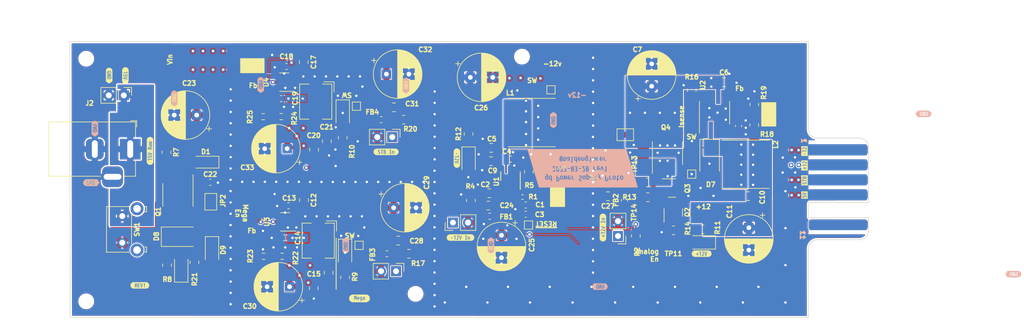
<source format=kicad_pcb>
(kicad_pcb (version 20211014) (generator pcbnew)
  (title_block (comment 4 "AISLER Project ID: UUSLVLPU"))
  (layers (0 "F.Cu" signal) (1 "In1.Cu" signal) (2 "In2.Cu" signal) (31 "B.Cu" signal) (34 "B.Paste" user) (35 "F.Paste" user) (36 "B.SilkS" user "B.Silkscreen") (37 "F.SilkS" user "F.Silkscreen") (38 "B.Mask" user) (39 "F.Mask" user) (44 "Edge.Cuts" user))
  (net 0 "")
  (net 1 "Net-(C1-Pad1)")
  (net 2 "/Neg12_Out")
  (net 3 "/Vin")
  (net 4 "GND")
  (net 5 "Net-(C3-Pad1)")
  (net 6 "Net-(C4-Pad1)")
  (net 7 "Net-(C4-Pad2)")
  (net 8 "/pos12/15V_in")
  (net 9 "Net-(C8-Pad1)")
  (net 10 "/Pos12_Out")
  (net 11 "Net-(C14-Pad1)")
  (net 12 "Net-(C14-Pad2)")
  (net 13 "/mega_5v")
  (net 14 "Net-(C19-Pad1)")
  (net 15 "Net-(C19-Pad2)")
  (net 16 "/stb_5v")
  (net 17 "Net-(D1-Pad2)")
  (net 18 "Net-(D2-Pad2)")
  (net 19 "Net-(D3-Pad2)")
  (net 20 "Net-(D4-Pad2)")
  (net 21 "Net-(D5-Pad2)")
  (net 22 "Net-(D6-Pad1)")
  (net 23 "/pos12/+12V_SW")
  (net 24 "/15v_Raw")
  (net 25 "Net-(D8-Pad2)")
  (net 26 "Net-(D9-Pad2)")
  (net 27 "/Analog_En")
  (net 28 "Net-(Q2-Pad2)")
  (net 29 "Net-(Q2-Pad3)")
  (net 30 "Net-(Q3-Pad1)")
  (net 31 "Net-(R1-Pad1)")
  (net 32 "/neg12/-12v_FB")
  (net 33 "/pos12/Isense")
  (net 34 "/mega5v/mega_Vin")
  (net 35 "Net-(C24-Pad2)")
  (net 36 "/pos12/12v_Vin")
  (net 37 "Net-(R22-Pad1)")
  (net 38 "Net-(R18-Pad1)")
  (net 39 "/neg12/~{RESET}")
  (net 40 "/neg12/neg12_Vin")
  (net 41 "Net-(C27-Pad2)")
  (net 42 "/stb_5v/stb_Vin")
  (net 43 "/Mega_En")
  (net 44 "Net-(C28-Pad2)")
  (net 45 "Net-(C31-Pad2)")
  (net 46 "Net-(FB1-Pad1)")
  (net 47 "Net-(FB2-Pad1)")
  (net 48 "Net-(FB3-Pad1)")
  (net 49 "Net-(FB4-Pad1)")
  (net 50 "/stb_5v/stb_FB")
  (net 51 "/15V_SWd")
  (footprint "TestPoint:TestPoint_Pad_1.0x1.0mm" (layer "F.Cu") (at 141.0975 84.9 180)
    (fp_text reference "TP8" hide)
    (fp_text value "TestPoint_Harwin")
  )
  (footprint "Inductor_SMD:L_Bourns_SRP5030T" (layer "F.Cu") (at 101.13 97.72 -90)
    (fp_text reference "L3" hide)
    (fp_text value "1.5u")
  )
  (footprint "My Libraries:Harwin-S1751-46-Test-Point" (layer "F.Cu") (at 141.0275 69.42 180)
    (fp_text reference "TP9" hide)
    (fp_text value "TestPoint_Harwin")
  )
  (footprint "Resistor_SMD:R_0805_2012Metric" (layer "F.Cu") (at 166.2284 95.8084)
    (fp_text reference "R11")
    (fp_text value "R_0805")
  )
  (footprint "Capacitor_THT:CP_Radial_D8.0mm_P3.80mm" (layer "F.Cu") (at 174.036651 95.518 -90)
    (fp_text reference "C11")
    (fp_text value "120u")
  )
  (footprint "kibuzzard-62380F77" (layer "F.Cu") (at 124.6081 83.7219 -90)
    (fp_text reference "kibuzzard-62380F77" hide)
    (fp_text value "G***" hide)
  )
  (footprint "Jumper:SolderJumper-2_P1.3mm_Open_TrianglePad1.0x1.5mm" (layer "F.Cu") (at 82.94 91.12 90)
    (fp_text reference "JP2")
    (fp_text value "15V_byp")
  )
  (footprint "Resistor_SMD:R_0603_1608Metric" (layer "F.Cu") (at 95.022 100.3695)
    (fp_text reference "R22")
    (fp_text value "73.2k")
  )
  (footprint "Capacitor_SMD:C_0805_2012Metric_Pad1.18x1.45mm_HandSolder" (layer "F.Cu") (at 113.959249 75.1074)
    (fp_text reference "C31")
    (fp_text value "Cdamp")
  )
  (footprint "LED_SMD:LED_1206_3216Metric" (layer "F.Cu") (at 105.2794 76.1339 -90)
    (fp_text reference "D4" hide)
    (fp_text value "5_Log")
  )
  (footprint "My Libraries:Harwin-S1751-46-Test-Point" (layer "F.Cu") (at 172.426651 74.268 90)
    (fp_text reference "TP19" hide)
    (fp_text value "TestPoint_Harwin")
  )
  (footprint "Connector_PinHeader_2.54mm:PinHeader_1x02_P2.54mm_Vertical" (layer "F.Cu") (at 151.886651 96.938 180)
    (fp_text reference "J5" hide)
    (fp_text value "+12v_vin")
  )
  (footprint "Resistor_SMD:R_0805_2012Metric_Pad1.20x1.40mm_HandSolder" (layer "F.Cu") (at 116.474698 99.94 180)
    (fp_text reference "R17")
    (fp_text value "Rdamp")
  )
  (footprint "Package_TO_SOT_SMD:SOT-23-6" (layer "F.Cu") (at 95.53 94.5275 180)
    (fp_text reference "U3")
    (fp_text value "TPS563240DDCR")
  )
  (footprint "My Libraries:12pos-edge-2.54mm" (layer "F.Cu") (at 194.240058 88.6829 -90)
    (fp_text reference "J3" hide)
    (fp_text value "Edge Connector")
  )
  (footprint "TestPoint:TestPoint_Pad_1.0x1.0mm" (layer "F.Cu") (at 149.276651 83.998 90)
    (fp_text reference "TP26" hide)
    (fp_text value "TestPoint_Harwin")
  )
  (footprint "Capacitor_SMD:C_0805_2012Metric_Pad1.18x1.45mm_HandSolder" (layer "F.Cu") (at 129.9375 91.77 180)
    (fp_text reference "C24")
    (fp_text value "Cdamp")
  )
  (footprint "My Libraries:Harwin-S1751-46-Test-Point" (layer "F.Cu") (at 156.9774 92.801934 180)
    (fp_text reference "TP14")
    (fp_text value "TestPoint_Harwin")
  )
  (footprint "LED_SMD:LED_1206_3216Metric" (layer "F.Cu") (at 105.67 99.74 -90)
    (fp_text reference "D3" hide)
    (fp_text value "5_STB")
  )
  (footprint "MountingHole:MountingHole_2.2mm_M2" (layer "F.Cu") (at 61.85 108.01)
    (fp_text reference "H4" hide)
    (fp_text value "MountingHole")
  )
  (footprint "Capacitor_SMD:C_0805_2012Metric_Pad1.18x1.45mm_HandSolder" (layer "F.Cu") (at 150.189151 90.188 180)
    (fp_text reference "C27")
    (fp_text value "Cdamp")
  )
  (footprint "My Libraries:Harwin-S1751-46-Test-Point" (layer "F.Cu") (at 90.081 68.1238)
    (fp_text reference "TP2" hide)
    (fp_text value "TestPoint_Harwin")
  )
  (footprint "kibuzzard-62380E7D" (layer "F.Cu") (at 166.0506 99.9232)
    (fp_text reference "kibuzzard-62380E7D" hide)
    (fp_text value "G***" hide)
  )
  (footprint "Diode_SMD:D_SMA" (layer "F.Cu") (at 77.957349 97.05)
    (fp_text reference "D8")
    (fp_text value "1n400x")
  )
  (footprint "TestPoint:TestPoint_Pad_1.0x1.0mm" (layer "F.Cu") (at 108.05 98.51 90)
    (fp_text reference "TP32" hide)
    (fp_text value "TestPoint_Harwin")
  )
  (footprint "Diode_SMD:D_SOD-123" (layer "F.Cu") (at 82.07 84.41 180)
    (fp_text reference "D1")
    (fp_text value "BZT52C15")
  )
  (footprint "Resistor_SMD:R_0805_2012Metric" (layer "F.Cu") (at 136.7975 86.05 90)
    (fp_text reference "R5")
    (fp_text value "33k")
  )
  (footprint "Resistor_SMD:R_0805_2012Metric" (layer "F.Cu") (at 174.956651 74.638 -90)
    (fp_text reference "R19")
    (fp_text value "560")
  )
  (footprint "kibuzzard-62380C70" (layer "F.Cu") (at 72.65 82.5 90)
    (fp_text reference "kibuzzard-62380C70" hide)
    (fp_text value "G***" hide)
  )
  (footprint "Connector_BarrelJack:BarrelJack_Horizontal" (layer "F.Cu") (at 69.3 82.1925)
    (fp_text reference "J1" hide)
    (fp_text value "15V_IN")
  )
  (footprint "Capacitor_SMD:C_0805_2012Metric" (layer "F.Cu") (at 173.906651 90.168)
    (fp_text reference "C10")
    (fp_text value "10u")
  )
  (footprint "TestPoint:TestPoint_Pad_1.0x1.0mm" (layer "F.Cu") (at 107.5994 74.9114 90)
    (fp_text reference "TP34" hide)
    (fp_text value "TestPoint_Harwin")
  )
  (footprint "kibuzzard-62380D7E" (layer "F.Cu") (at 112.62 82.66)
    (fp_text reference "kibuzzard-62380D7E" hide)
    (fp_text value "G***" hide)
  )
  (footprint "LED_SMD:LED_1206_3216Metric" (layer "F.Cu") (at 166.1268 98.0182 180)
    (fp_text reference "D5" hide)
    (fp_text value "+12")
  )
  (footprint "Resistor_SMD:R_0805_2012Metric" (layer "F.Cu") (at 105.68 103.95 -90)
    (fp_text reference "R9")
    (fp_text value "R_0805")
  )
  (footprint "My Libraries:Harwin-S1751-46-Test-Point" (layer "F.Cu") (at 104.247349 107.39)
    (fp_text reference "TP25" hide)
    (fp_text value "TestPoint_Harwin")
  )
  (footprint "Resistor_SMD:R_0402_1005Metric" (layer "F.Cu") (at 135.7275 90.33)
    (fp_text reference "R1")
    (fp_text value "dnp")
  )
  (footprint "Capacitor_SMD:C_0805_2012Metric_Pad1.18x1.45mm_HandSolder" (layer "F.Cu") (at 98.679249 67.4399 90)
    (fp_text reference "C17")
    (fp_text value "22u")
  )
  (footprint "Capacitor_SMD:C_0805_2012Metric" (layer "F.Cu") (at 102.5894 80.8614 -90)
    (fp_text reference "C21")
    (fp_text value "22u")
  )
  (footprint "Capacitor_SMD:C_0805_2012Metric" (layer "F.Cu") (at 100.37 105.78 -90)
    (fp_text reference "C15")
    (fp_text value "22u")
  )
  (footprint "kibuzzard-62380F2D" (layer "F.Cu") (at 149.336651 95.498 90)
    (fp_text reference "kibuzzard-62380F2D" hide)
    (fp_text value "G***" hide)
  )
  (footprint "Jumper:SolderJumper-2_P1.3mm_Open_TrianglePad1.0x1.5mm" (layer "F.Cu") (at 153.122 79.7556)
    (fp_text reference "JP1" hide)
    (fp_text value "Limit_Jmp")
  )
  (footprint "MountingHole:MountingHole_2.2mm_M2" (layer "F.Cu") (at 61.85 66.87)
    (fp_text reference "H1" hide)
    (fp_text value "MountingHole")
  )
  (footprint "Capacitor_SMD:C_0603_1608Metric" (layer "F.Cu") (at 136.2575 93.2448)
    (fp_text reference "C3")
    (fp_text value "5.6n")
  )
  (footprint "Capacitor_SMD:C_0603_1608Metric" (layer "F.Cu") (at 172.299 78.2824 90)
    (fp_text reference "C8" hide)
    (fp_text value "470p")
  )
  (footprint "LED_SMD:LED_1206_3216Metric" (layer "F.Cu") (at 77.937349 102.482 90)
    (fp_text reference "D2" hide)
    (fp_text value "Vin")
  )
  (footprint "Connector_PinHeader_2.54mm:PinHeader_1x02_P2.54mm_Vertical" (layer "F.Cu") (at 68.205 73.08 -90)
    (fp_text reference "J2")
    (fp_text value "15V_IN")
  )
  (footprint "Capacitor_SMD:C_0603_1608Metric" (layer "F.Cu") (at 96.09 91.8 180)
    (fp_text reference "C13")
    (fp_text value "100n")
  )
  (footprint "Package_TO_SOT_SMD:SOT-23-6" (layer "F.Cu") (at 95.3754 70.8374 180)
    (fp_text reference "U4")
    (fp_text value "TPS563240DDCR")
  )
  (footprint "My Libraries:Harwin-S1751-46-Test-Point" (layer "F.Cu") (at 156.1954 80.4922 -90)
    (fp_text reference "TP15" hide)
    (fp_text value "TestPoint_Harwin")
  )
  (footprint "kibuzzard-62381032" (layer "F.Cu") (at 183.46 87.49 90)
    (fp_text reference "kibuzzard-62381032" hide)
    (fp_text value "G***" hide)
  )
  (footprint "My Libraries:Harwin-S1751-46-Test-Point" (layer "F.Cu") (at 156.1774 84.7086 90)
    (fp_text reference "TP13")
    (fp_text value "TestPoint_Harwin")
  )
  (footprint "Resistor_SMD:R_0805_2012Metric" (layer "F.Cu") (at 105.2794 80.2739 -90)
    (fp_text reference "R10")
    (fp_text value "R_0805")
  )
  (footprint "TestPoint:TestPoint_Pad_1.0x1.0mm" (layer "F.Cu") (at 164.366651 86.438 90)
    (fp_text reference "TP30" hide)
    (fp_text value "TestPoint_Harwin")
  )
  (footprint "Resistor_SMD:R_0805_2012Metric" (layer "F.Cu") (at 80.167349 101.3855 -90)
    (fp_text reference "R21")
    (fp_text value "1k")
  )
  (footprint "Capacitor_THT:CP_Radial_D8.0mm_P3.80mm" (layer "F.Cu") (at 157.586651 71.530651 90)
    (fp_text reference "C7")
    (fp_text value "120u")
  )
  (footprint "My Libraries:Harwin-S1751-46-Test-Point" (layer "F.Cu") (at 77.72 66.95 -90)
    (fp_text reference "TP3" hide)
    (fp_text value "TestPoint_Harwin")
  )
  (footprint "My Libraries:Harwin-S1751-46-Test-Point" (layer "F.Cu") (at 89.87 97.63 180)
    (fp_text reference "TP24" hide)
    (fp_text value "TestPoint_Harwin")
  )
  (footprint "kibuzzard-62380CC4" (layer "F.Cu") (at 70.93 105.3)
    (fp_text reference "kibuzzard-62380CC4" hide)
    (fp_text value "G***" hide)
  )
  (footprint "Capacitor_SMD:C_0603_1608Metric" (layer "F.Cu") (at 136.2575 91.67)
    (fp_text reference "C1")
    (fp_text value "2.2u")
  )
  (footprint "Inductor_SMD:L_0603_1608Metric_Pad1.05x0.95mm_HandSolder" (layer "F.Cu") (at 152.966651 90.858 90)
    (fp_text reference "FB2")
    (fp_text value "220")
  )
  (footprint "Package_SO:SOIC-8_3.9x4.9mm_P1.27mm" (layer "F.Cu") (at 77.377349 89.96 -90)
    (fp_text reference "Q1")
    (fp_text value "FDS9435A")
  )
  (footprint "My Libraries:Harwin-S1751-46-Test-Point" (layer "F.Cu") (at 177.306651 76.198 -90)
    (fp_text reference "TP4" hide)
    (fp_text value "TestPoint_Harwin")
  )
  (footprint "Resistor_SMD:R_0805_2012Metric_Pad1.20x1.40mm_HandSolder" (layer "F.Cu") (at 115.609249 77.1974 180)
    (fp_text reference "R20")
    (fp_text value "Rdamp")
  )
  (footprint "Resistor_SMD:R_0805_2012Metric_Pad1.20x1.40mm_HandSolder" (layer "F.Cu") (at 126.9875 90.91 -90)
    (fp_text reference "R4")
    (fp_text value "Rdamp")
  )
  (footprint "Capacitor_SMD:C_0805_2012Metric" (layer "F.Cu") (at 169.846651 70.868)
    (fp_text reference "C6")
    (fp_text value "10u")
  )
  (footprint "Package_SO:SOIC-8_3.9x4.9mm_P1.27mm" (layer "F.Cu") (at 168.235 76.031749 90)
    (fp_text reference "U2")
    (fp_text value "mc34063")
  )
  (footprint "Capacitor_THT:CP_Radial_D8.0mm_P3.80mm" (layer "F.Cu") (at 113.892047 92.13)
    (fp_text reference "C29")
    (fp_text value "120u")
  )
  (footprint "kibuzzard-6238106E" (layer "F.Cu") (at 65.73 69.74 -90)
    (fp_text reference "kibuzzard-6238106E" hide)
    (fp_text value "G***" hide)
  )
  (footprint "My Libraries:Harwin-S1751-46-Test-Point" (layer "F.Cu") (at 101.159249 85.3674)
    (fp_text reference "TP29" hide)
    (fp_text value "TestPoint_Harwin")
  )
  (footprint "kibuzzard-62381000" (layer "F.Cu") (at 183.464762 84.97 90)
    (fp_text reference "kibuzzard-62381000" hide)
    (fp_text value "G***" hide)
  )
  (footprint "Resistor_SMD:R_0805_2012Metric" (layer "F.Cu") (at 164.3742 72.2099 90)
    (fp_text reference "R16")
    (fp_text value ".22")
  )
  (footprint "Capacitor_SMD:C_0603_1608Metric" (layer "F.Cu") (at 94.8674 73.6314 180)
    (fp_text reference "C19")
    (fp_text value "100n")
  )
  (footprint "Inductor_SMD:L_Taiyo-Yuden_NR-80xx" (layer "F.Cu") (at 173.5182 84.7594)
    (fp_text reference "L2")
    (fp_text value "68u")
  )
  (footprint "Capacitor_SMD:C_0603_1608Metric" (layer "F.Cu") (at 95.37 97.23 180)
    (fp_text reference "C14")
    (fp_text value "100n")
  )
  (footprint "Resistor_SMD:R_0603_1608Metric" (layer "F.Cu") (at 91.87 100.37)
    (fp_text reference "R23")
    (fp_text value "10k")
  )
  (footprint "kibuzzard-6238101E" (layer "F.Cu") (at 183.464762 82.5316 90)
    (fp_text reference "kibuzzard-6238101E" hide)
    (fp_text value "G***" hide)
  )
  (footprint "My Libraries:Harwin-S1751-46-Test-Point" (layer "F.Cu") (at 111.21 96.9 90)
    (fp_text reference "TP31" hide)
    (fp_text value "TestPoint_Harwin")
  )
  (footprint "Inductor_SMD:L_0603_1608Metric_Pad1.05x0.95mm_HandSolder" (layer "F.Cu") (at 112.749698 99.94)
    (fp_text reference "FB3")
    (fp_text value "220")
  )
  (footprint "Resistor_SMD:R_0805_2012Metric_Pad1.20x1.40mm_HandSolder" (layer "F.Cu") (at 149.256651 87.138 -90)
    (fp_text reference "R6")
    (fp_text value "Rdamp")
  )
  (footprint "My Libraries:Harwin-S1751-46-Test-Point" (layer "F.Cu") (at 164.396651 83.368 90)
    (fp_text reference "TP18" hide)
    (fp_text value "TestPoint_Harwin")
  )
  (footprint "My Libraries:Harwin-S1751-46-Test-Point" (layer "F.Cu") (at 107.9594 78.2214 -90)
    (fp_text reference "TP33" hide)
    (fp_text value "TestPoint_Harwin")
  )
  (footprint "Capacitor_SMD:C_0603_1608Metric" (layer "F.Cu") (at 82.837349 87.83)
    (fp_text reference "C22")
    (fp_text value "1u")
  )
  (footprint "My Libraries:Harwin-S1751-46-Test-Point" (layer "F.Cu") (at 157.076651 96.928 90)
    (fp_text reference "TP10" hide)
    (fp_text value "TestPoint_Harwin")
  )
  (footprint "Package_DFN_QFN:DFN-12-1EP_3x3mm_P0.5mm_EP2.05x2.86mm" (layer "F.Cu") (at 133.687449 87.5324 90)
    (fp_text reference "U1")
    (fp_text value "MAX17580")
  )
  (footprint "Capacitor_THT:CP_Radial_D8.0mm_P3.80mm" (layer "F.Cu") (at 96.277349 105.53 180)
    (fp_text reference "C30")
    (fp_text value "120u")
  )
  (footprint "Capacitor_THT:CP_Radial_D8.0mm_P3.80mm" (layer "F.Cu") (at 95.869249 82.1174 180)
    (fp_text reference "C33")
    (fp_text value "120u")
  )
  (footprint "TestPoint:TestPoint_Pad_1.0x1.0mm" (layer "F.Cu") (at 140.5375 72.14 90)
    (fp_text reference "TP21" hide)
    (fp_text value "TestPoint_Harwin")
  )
  (footprint "Capacitor_SMD:C_0805_2012Metric" (layer "F.Cu") (at 130.4275 81.98)
    (fp_text reference "C5")
    (fp_text value "22u/16v")
  )
  (footprint "Resistor_SMD:R_0805_2012Metric" (layer "F.Cu") (at 75.44 82.73 -90)
    (fp_text reference "R7")
    (fp_text value "100")
  )
  (footprint "My Libraries:Harwin-S1751-46-Test-Point" (layer "F.Cu") (at 106.35 95.35 180)
    (fp_text reference "TP23" hide)
    (fp_text value "TestPoint_Harwin")
  )
  (footprint "Capacitor_SMD:C_0805_2012Metric" (layer "F.Cu") (at 100.4294 82.2814 -90)
    (fp_text reference "C20")
    (fp_text value "22u")
  )
  (footprint "Capacitor_THT:CP_Radial_D8.0mm_P3.80mm" (layer "F.Cu") (at 80.552651 76.43 180)
    (fp_text reference "C23")
    (fp_text value "120u")
  )
  (footprint "Capacitor_SMD:C_0603_1608Metric" (layer "F.Cu") (at 133.7275 83.88 180)
    (fp_text reference "C4")
    (fp_text value "100n")
  )
  (footprint "Package_TO_SOT_SMD:SOT-23" (layer "F.Cu") (at 161.25 92.9382 90)
    (fp_text reference "Q2")
    (fp_text value "BC817")
  )
  (footprint "Capacitor_THT:CP_Radial_D8.0mm_P3.80mm" (layer "F.Cu") (at 126.884849 70.03)
    (fp_text reference "C26")
    (fp_text value "120u")
  )
  (footprint "Resistor_SMD:R_0805_2012Metric" (layer "F.Cu") (at 75.527349 101.8755 90)
    (fp_text reference "R8")
    (fp_text value "R_0805")
  )
  (footprint "My Libraries:Harwin-S1751-46-Test-Point" (layer "F.Cu") (at 105.9794 71.4714 180)
    (fp_text reference "TP27" hide)
    (fp_text value "TestPoint_Harwin")
  )
  (footprint "Connector_PinHeader_2.54mm:PinHeader_1x02_P2.54mm_Vertical" (layer "F.Cu") (at 123.944249 94.6534 90)
    (fp_text reference "J4" hide)
    (fp_text value "-12v_vin")
  )
  (footprint "Resistor_SMD:R_0805_2012Metric" (layer "F.Cu") (at 138.8675 83.97 90)
    (fp_text reference "R3")
    (fp_text value "422k")
  )
  (footprint "Connector_PinHeader_2.54mm:PinHeader_1x02_P2.54mm_Vertical" (layer "F.Cu") (at 113.669249 80.1574 -90)
    (fp_text reference "J7" hide)
    (fp_text value "stb_vin")
  )
  (footprint "kibuzzard-62380CD9" (layer "F.Cu") (at 108.117349 107.51)
    (fp_text reference "kibuzzard-62380CD9" hide)
    (fp_text value "G***" hide)
  )
  (footprint "Inductor_SMD:L_0603_1608Metric_Pad1.05x0.95mm_HandSolder" (layer "F.Cu") (at 130.1675 93.58)
    (fp_text reference "FB1")
    (fp_text value "220")
  )
  (footprint "My Libraries:Harwin-S1751-46-Test-Point" (layer "F.Cu") (at 137.1715 72.169)
    (fp_text reference "TP7" hide)
    (fp_text value "TestPoint_Harwin")
  )
  (footprint "My Libraries:Harwin-S1751-46-Test-Point" (layer "F.Cu") (at 89.9794 73.0614 180)
    (fp_text reference "TP28" hide)
    (fp_text value "TestPoint_Harwin")
  )
  (footprint "Package_SO:SOIC-8_3.9x4.9mm_P1.27mm" (layer "F.Cu") (at 160.2594 82.8798 90)
    (fp_text reference "Q4")
    (fp_text value "FDS9435A")
  )
  (footprint "Capacitor_SMD:C_0805_2012Metric" (layer "F.Cu") (at 98.717349 90.84 90)
    (fp_text reference "C12")
    (fp_text value "22u")
  )
  (footprint "LED_SMD:LED_1206_3216Metric" (layer "F.Cu") (at 126.5875 84.11 -90)
    (fp_text reference "D6" hide)
    (fp_text value "-12")
  )
  (footprint "Capacitor_SMD:C_0805_2012Metric" (layer "F.Cu") (at 130.4075 84.25 180)
    (fp_text reference "C9")
    (fp_text value "1u")
  )
  (footprint "Capacitor_THT:CP_Radial_D8.0mm_P3.80mm" (layer "F.Cu") (at 112.676598 69.4774)
    (fp_text reference "C32")
    (fp_text value "120u")
  )
  (footprint "Diode_SMD:D_SMA" (layer "F.Cu") (at 167.3968 83.9466 -90)
    (fp_text reference "D7")
    (fp_text value "SS14")
  )
  (footprint "Capacitor_SMD:C_0603_1608Metric_Pad1.08x0.95mm_HandSolder" (layer "F.Cu") (at 95.7594 68.1814 180)
    (fp_text reference "C18")
    (fp_text value "100n")
  )
  (footprint "My Libraries:Harwin-S1751-46-Test-Point" (layer "F.Cu") (at 161.226651 98.138)
    (fp_text reference "TP11")
    (fp_text value "TestPoint_Harwin")
  )
  (footprint "Resistor_SMD:R_0805_2012Metric" (layer "F.Cu") (at 126.5875 79.61 90)
    (fp_text reference "R12")
    (fp_text value "R_0805")
  )
  (footprint "Resistor_SMD:R_0805_2012Metric" (layer "F.Cu") (at 161.276651 95.968 180)
    (fp_text reference "R14")
    (fp_text value "33k")
  )
  (footprint "MountingHole:MountingHole_2.2mm_M2" (layer "F.Cu") (at 135.6275 66.51)
    (fp_text reference "H2" hide)
    (fp_text value "MountingHole")
  )
  (footprint "Connector_PinHeader_2.54mm:PinHeader_1x02_P2.54mm_Vertical" (layer "F.Cu") (at 114.309698 102.9 -90)
    (fp_text reference "J6" hide)
    (fp_text value "mega_vin")
  )
  (footprint "LED_SMD:LED_1206_3216Metric" (layer "F.Cu") (at 83.147349 99.32 -90)
    (fp_text reference "D9")
    (fp_text value "Rev_LED")
  )
  (footprint "My Libraries:Harwin-S1751-46-Test-Point" (layer "F.Cu") (at 166.2538 93.5478 180)
    (fp_text reference "TP20" hide)
    (fp_text value "TestPoint_Harwin")
  )
  (footprint "Resistor_SMD:R_0603_1608Metric" (layer "F.Cu") (at 94.8674 76.6794)
    (fp_text reference "R24")
    (fp_text value "73.2k")
  )
  (footprint "Package_TO_SOT_SMD:SOT-23" (layer "F.Cu") (at 161.0468 88.799)
    (fp_text reference "Q3")
    (fp_text value "MMBT3906")
  )
  (footprint "Capacitor_SMD:C_0805_2012Metric" (layer "F.Cu") (at 130.1075 89.69 180)
    (fp_text reference "C2")
    (fp_text value "10u")
  )
  (footprint "MountingHole:MountingHole_2.2mm_M2" (layer "F.Cu") (at 117.61 106.74 -90)
    (fp_text reference "H3" hide)
    (fp_text value "MountingHole")
  )
  (footprint "kibuzzard-62380FA1" (layer "F.Cu") (at 125.22 97.19)
    (fp_text reference "kibuzzard-62380FA1" hide)
    (fp_text value "G***" hide)
  )
  (footprint "Inductor_SMD:L_0603_1608Metric_Pad1.05x0.95mm_HandSolder" (layer "F.Cu") (at 111.789249 77.1974)
    (fp_text reference "FB4")
    (fp_text value "220")
  )
  (footprint "Capacitor_SMD:C_0805_2012Metric" (layer "F.Cu") (at 102.896 103.152 -90)
    (fp_text reference "C16" hide)
    (fp_text value "22u")
  )
  (footprint "My Libraries:Harwin-S1751-46-Test-Point" (layer "F.Cu") (at 164.3742 76.5806 90)
    (fp_text reference "TP17" hide)
    (fp_text value "TestPoint_Harwin")
  )
  (footprint "kibuzzard-62380DAB" (layer "F.Cu") (at 68.48 69.72 -90)
    (fp_text reference "kibuzzard-62380DAB" hide)
    (fp_text value "G***" hide)
  )
  (footprint "Resistor_SMD:R_0805_2012Metric" (layer "F.Cu") (at 156.932 90.355068)
    (fp_text reference "R13")
    (fp_text value "47k")
  )
  (footprint "Resistor_SMD:R_0603_1608Metric" (layer "F.Cu") (at 91.8094 76.6914)
    (fp_text reference "R25")
    (fp_text value "10k")
  )
  (footprint "Inductor_SMD:L_Bourns_SRP5030T" (layer "F.Cu") (at 100.7094 74.1394 -90)
    (fp_text reference "L4" hide)
    (fp_text value "1.5u")
  )
  (footprint "Resistor_SMD:R_0805_2012Metric" (layer "F.Cu") (at 154.906651 96.918 -90)
    (fp_text reference "R2")
    (fp_text value "10K")
  )
  (footprint "TestPoint:TestPoint_Pad_1.0x1.0mm" (layer "F.Cu") (at 136.7275 95.07)
    (fp_text reference "TP5" hide)
    (fp_text value "TestPoint_Harwin")
  )
  (footprint "Button_Switch_THT:SW_Tactile_SKHH_Angled" (layer "F.Cu") (at 67.95 98.0575 90)
    (fp_text reference "SW1")
    (fp_text value "SW_SPST")
  )
  (footprint "kibuzzard-6238106E" (layer "F.Cu") (at 62.7 87.89)
    (fp_text reference "kibuzzard-6238106E" hide)
    (fp_text value "G***" hide)
  )
  (footprint "Resistor_SMD:R_0805_2012Metric" (layer "F.Cu") (at 156.932 87.8582)
    (fp_text reference "R15")
    (fp_text value ".22")
  )
  (footprint "kibuzzard-62380FF5" (layer "F.Cu") (at 183.46 89.99 90)
    (fp_text reference "kibuzzard-62380FF5" hide)
    (fp_text value "G***" hide)
  )
  (footprint "Capacitor_SMD:C_0805_2012Metric_Pad1.18x1.45mm_HandSolder" (layer "F.Cu") (at 114.674698 97.71)
    (fp_text reference "C28")
    (fp_text value "Cdamp")
  )
  (footprint "Capacitor_THT:CP_Radial_D8.0mm_P3.80mm" (layer "F.Cu") (at 132.1575 96.81 -90)
    (fp_text reference "C25")
    (fp_text value "120u")
  )
  (footprint "My Libraries:Harwin-S1751-46-Test-Point" (layer "F.Cu") (at 90.5 93.04 90)
    (fp_text reference "TP22" hide)
    (fp_text value "TestPoint_Harwin")
  )
  (footprint "Inductor_SMD:L_Taiyo-Yuden_NR-80xx" (layer "F.Cu") (at 137.2775 77.69)
    (fp_text reference "L1")
    (fp_text value "68u")
  )
  (footprint "My Libraries:Harwin-S1751-46-Test-Point" (layer "F.Cu") (at 141.688449 89.8438 -90)
    (fp_text reference "TP1" hide)
    (fp_text value "TestPoint_Harwin")
  )
  (footprint "Resistor_SMD:R_0805_2012Metric" (layer "F.Cu") (at 174.956651 78.118 -90)
    (fp_text reference "R18")
    (fp_text value "5.1k")
  )
  (footprint "kibuzzard-6238106E" (layer "B.Cu") (at 148.78 105.51 180)
    (fp_text reference "kibuzzard-6238106E" hide)
    (fp_text value "G***" hide)
  )
  (footprint "kibuzzard-6238106E" (layer "B.Cu") (at 76.76 73.61 -90)
    (fp_text reference "kibuzzard-6238106E" hide)
    (fp_text value "G***" hide)
  )
  (footprint "kibuzzard-6238106E" (layer "B.Cu") (at 63.31 78.75 -90)
    (fp_text reference "kibuzzard-6238106E" hide)
    (fp_text value "G***" hide)
  )
  (footprint "kibuzzard-6238106E" (layer "B.Cu") (at 203.595 76.2164 180)
    (fp_text reference "kibuzzard-6238106E" hide)
    (fp_text value "G***" hide)
  )
  (footprint "kibuzzard-6238106E" (layer "B.Cu") (at 140.95 77.23 90)
    (fp_text reference "kibuzzard-6238106E" hide)
    (fp_text value "G***" hide)
  )
  (footprint "kibuzzard-6238106E" (layer "B.Cu") (at 218.8096 103.3944 180)
    (fp_text reference "kibuzzard-6238106E" hide)
    (fp_text value "G***" hide)
  )
  (footprint "kibuzzard-6238106E" (layer "B.Cu") (at 115.98 71.44 -90)
    (fp_text reference "kibuzzard-6238106E" hide)
    (fp_text value "G***" hide)
  )
  (footprint "kibuzzard-6238106E" (layer "B.Cu") (at 105.78 98.54 90)
    (fp_text reference "kibuzzard-6238106E" hide)
    (fp_text value "G***" hide)
  )
  (footprint "kibuzzard-6238106E" (layer "B.Cu") (at 130.38 98.49 90)
    (fp_text reference "kibuzzard-6238106E" hide)
    (fp_text value "G***" hide)
  )
  (footprint "kibuzzard-6238106E" (layer "B.Cu") (at 62.74 87.88)
    (fp_text reference "kibuzzard-6238106E" hide)
    (fp_text value "G***" hide)
  )
  (footprint "kibuzzard-62388B6B" (layer "B.Cu") (at 145.8942 85.4414)
    (fp_text reference "kibuzzard-62388B6B" hide)
    (fp_text value "G***" hide)
  )
  (footprint "kibuzzard-6238106E" (layer "B.Cu") (at 91.4 71.34 -90)
    (fp_text reference "kibuzzard-6238106E" hide)
    (fp_text value "G***" hide)
  )
  (gr_rect (start 140.4562 87.96) (end 142.8438 91.9224) (layer "F.SilkS") (width 0.15) (fill solid))
  (gr_rect (start 87.9982 69.2414) (end 91.9606 66.8538) (layer "F.SilkS") (width 0.15) (fill solid))
  (gr_line (start 104.166 97.31) (end 104.166 105.946) (layer "F.SilkS") (width 0.15))
  (gr_rect (start 176.214451 74.3184) (end 178.602051 78.2808) (layer "F.SilkS") (width 0.15) (fill solid))
  (gr_arc (start 185.653831 80.326369) (mid 184.5762 79.88) (end 184.129831 78.802369) (layer "Edge.Cuts") (width 0.1))
  (gr_line (start 192.769569 97.546369) (end 185.653831 97.553631) (layer "Edge.Cuts") (width 0.1))
  (gr_line (start 194.117917 91.261327) (end 184.3222 91.264473) (layer "Edge.Cuts") (width 0.1))
  (gr_arc (start 194.07 93.85) (mid 194.213078 93.892117) (end 194.275005 94.0278) (layer "Edge.Cuts") (width 0.1))
  (gr_line (start 184.14 110.77) (end 184.129831 99.077631) (layer "Edge.Cuts") (width 0.1))
  (gr_arc (start 184.339405 93.863317) (mid 184.196327 93.8212) (end 184.1344 93.685517) (layer "Edge.Cuts") (width 0.1))
  (gr_line (start 59.09 63.96) (end 59.14 110.74) (layer "Edge.Cuts") (width 0.1))
  (gr_line (start 184.339405 93.863317) (end 194.07 93.85) (layer "Edge.Cuts") (width 0.1))
  (gr_line (start 184.1444 91.469478) (end 184.1344 93.685517) (layer "Edge.Cuts") (width 0.1))
  (gr_arc (start 194.293569 96.022369) (mid 193.8472 97.1) (end 192.769569 97.546369) (layer "Edge.Cuts") (width 0.1))
  (gr_line (start 59.14 110.74) (end 184.14 110.77) (layer "Edge.Cuts") (width 0.1))
  (gr_arc (start 194.295717 91.056322) (mid 194.2536 91.1994) (end 194.117917 91.261327) (layer "Edge.Cuts") (width 0.1))
  (gr_line (start 185.653831 80.326369) (end 192.769569 80.326331) (layer "Edge.Cuts") (width 0.1))
  (gr_line (start 184.129831 78.802369) (end 184.13 63.94) (layer "Edge.Cuts") (width 0.1))
  (gr_line (start 194.293569 81.850331) (end 194.295717 91.056322) (layer "Edge.Cuts") (width 0.1))
  (gr_line (start 184.13 63.94) (end 59.09 63.96) (layer "Edge.Cuts") (width 0.1))
  (gr_line (start 194.275005 94.0278) (end 194.293569 96.022369) (layer "Edge.Cuts") (width 0.1))
  (gr_arc (start 192.769569 80.326331) (mid 193.8472 80.7727) (end 194.293569 81.850331) (layer "Edge.Cuts") (width 0.1))
  (gr_arc (start 184.129831 99.077631) (mid 184.5762 98) (end 185.653831 97.553631) (layer "Edge.Cuts") (width 0.1))
  (gr_arc (start 184.1444 91.469478) (mid 184.186517 91.3264) (end 184.3222 91.264473) (layer "Edge.Cuts") (width 0.1))
  (gr_text "-12v" (at 144.99 73.04) (layer "B.SilkS") (effects (font (size 0.8 0.8) (thickness 0.2)) (justify mirror)))
  (gr_text "+12" (at 166.326651 91.968) (layer "F.SilkS") (effects (font (size 0.8 0.8) (thickness 0.2))))
  (gr_text "SW" (at 105.9694 73.0414 180) (layer "F.SilkS") (effects (font (size 0.8 0.8) (thickness 0.2))))
  (gr_text "-12v" (at 140.7875 67.72) (layer "F.SilkS") (effects (font (size 0.8 0.8) (thickness 0.2))))
  (gr_text "SW" (at 137.3575 70.56) (layer "F.SilkS") (effects (font (size 0.8 0.8) (thickness 0.2))))
  (gr_text "Fb" (at 172.456651 71.918) (layer "F.SilkS") (effects (font (size 0.8 0.8) (thickness 0.2))))
  (gr_text "Analog\nEn" (at 158.926651 100.208) (layer "F.SilkS") (effects (font (size 0.8 0.8) (thickness 0.2)) (justify right)))
  (gr_text "Isense" (at 162.647 76.6822 90) (layer "F.SilkS") (effects (font (size 0.8 0.8) (thickness 0.2))))
  (gr_text "SW" (at 164.356651 80.108) (layer "F.SilkS") (effects (font (size 0.8 0.8) (thickness 0.2))))
  (gr_text "Fb" (at 90.1094 71.4314) (layer "F.SilkS") (effects (font (size 0.8 0.8) (thickness 0.2))))
  (gr_text "SW" (at 106.48 96.89) (layer "F.SilkS") (effects (font (size 0.8 0.8) (thickness 0.2))))
  (gr_text "Fb" (at 89.88 96.04) (layer "F.SilkS") (effects (font (size 0.8 0.8) (thickness 0.2))))
  (gr_text "Fb" (at 142.6975 84.9 270) (layer "F.SilkS") (effects (font (size 0.8 0.8) (thickness 0.2))))
  (gr_text "Mega\nEn" (at 88.17 93.06 270) (layer "F.SilkS") (effects (font (size 0.8 0.8) (thickness 0.2))))
  (gr_text "Vin" (at 76.04 66.98 90) (layer "F.SilkS") (effects (font (size 0.8 0.8) (thickness 0.2))))
  (gr_text "~{RESET}" (at 139.7575 94.85 180) (layer "F.SilkS") (effects (font (size 0.8 0.8) (thickness 0.2))))
  (segment (start 135.3175 91.67) (end 134.5075 90.86) (width 0.1524) (layer "F.Cu") (net 1))
  (segment (start 135.4825 91.67) (end 135.3175 91.67) (width 0.1524) (layer "F.Cu") (net 1))
  (segment (start 134.5075 90.86) (end 134.5075 89.152451) (width 0.1524) (layer "F.Cu") (net 1))
  (segment (start 134.5075 89.152451) (end 134.437449 89.0824) (width 0.1524) (layer "F.Cu") (net 1))
  (segment (start 131.5475 81.81) (end 131.3775 81.98) (width 0.2032) (layer "F.Cu") (net 2))
  (segment (start 131.075 78.6975) (end 131.5475 79.17) (width 0.2032) (layer "F.Cu") (net 2))
  (segment (start 126.5875 78.6975) (end 131.075 78.6975) (width 0.2032) (layer "F.Cu") (net 2))
  (segment (start 131.5475 79.17) (end 131.5475 81.81) (width 0.2032) (layer "F.Cu") (net 2))
  (via (at 133.5075 70.16) (size 0.8) (drill 0.4) (layers "F.Cu" "B.Cu") (net 2))
  (via (at 182.46 82.37) (size 0.8) (drill 0.4) (layers "F.Cu" "B.Cu") (net 2))
  (via (at 138.7575 70.21) (size 0.8) (drill 0.4) (layers "F.Cu" "B.Cu") (net 2))
  (via (at 181.3 82.34) (size 0.8) (drill 0.4) (layers "F.Cu" "B.Cu") (net 2))
  (via (at 135.3975 70.12) (size 0.8) (drill 0.4) (layers "F.Cu" "B.Cu") (net 2))
  (via (at 83.327037 68.72) (size 0.8) (drill 0.4) (layers "F.Cu" "B.Cu") (net 3))
  (via (at 85.03 68.72) (size 0.8) (drill 0.4) (layers "F.Cu" "B.Cu") (net 3))
  (via (at 81.624076 65.56) (size 0.8) (drill 0.4) (layers "F.Cu" "B.Cu") (net 3))
  (via (at 79.921115 68.72) (size 0.8) (drill 0.4) (layers "F.Cu" "B.Cu") (net 3))
  (via (at 83.327037 65.56) (size 0.8) (drill 0.4) (layers "F.Cu" "B.Cu") (net 3))
  (via (at 79.921115 65.56) (size 0.8) (drill 0.4) (layers "F.Cu" "B.Cu") (net 3))
  (via (at 85.03 65.56) (size 0.8) (drill 0.4) (layers "F.Cu" "B.Cu") (net 3))
  (via (at 81.624076 68.72) (size 0.8) (drill 0.4) (layers "F.Cu" "B.Cu") (net 3))
  (segment (start 160.364151 95.968) (end 159.606651 95.968) (width 0.2032) (layer "F.Cu") (net 4))
  (segment (start 159.606651 95.968) (end 159.286651 96.288) (width 0.2032) (layer "F.Cu") (net 4))
  (via (at 95.3794 69.3714) (size 0.8) (drill 0.4) (layers "F.Cu" "B.Cu") (net 4))
  (via (at 120.84 74.348) (size 0.8) (drill 0.4) (layers "F.Cu" "B.Cu") (net 4))
  (via (at 95.5594 71.8114) (size 0.8) (drill 0.4) (layers "F.Cu" "B.Cu") (net 4))
  (via (at 102.4454 69.8714) (size 0.8) (drill 0.4) (layers "F.Cu" "B.Cu") (net 4))
  (via (at 86.29 87.398) (size 0.8) (drill 0.4) (layers "F.Cu" "B.Cu") (net 4))
  (via (at 105.66 99.75) (size 0.8) (drill 0.4) (layers "F.Cu" "B.Cu") (net 4))
  (via (at 165.866651 88.778) (size 0.8) (drill 0.4) (layers "F.Cu" "B.Cu") (net 4))
  (via (at 86.31 81.644) (size 0.8) (drill 0.4) (layers "F.Cu" "B.Cu") (net 4))
  (via (at 92.096 87.74) (size 0.8) (drill 0.4) (layers "F.Cu" "B.Cu") (net 4))
  (via (at 100.858 93.599999) (size 0.8) (drill 0.4) (layers "F.Cu" "B.Cu") (net 4))
  (via (at 167.356651 75.248) (size 0.8) (drill 0.4) (layers "F.Cu" "B.Cu") (net 4))
  (via (at 120.82 93.528) (size 0.8) (drill 0.4) (layers "F.Cu" "B.Cu") (net 4))
  (via (at 86.29 89.316) (size 0.8) (drill 0.4) (layers "F.Cu" "B.Cu") (net 4))
  (via (at 128.1575 88.21) (size 0.8) (drill 0.4) (layers "F.Cu" "B.Cu") (net 4))
  (via (at 104.4494 73.1414) (size 0.8) (drill 0.4) (layers "F.Cu" "B.Cu") (net 4))
  (via (at 86.29 98.906) (size 0.8) (drill 0.4) (layers "F.Cu" "B.Cu") (net 4))
  (via (at 86.31 83.562) (size 0.8) (drill 0.4) (layers "F.Cu" "B.Cu") (net 4))
  (via (at 91.77 99.19) (size 0.8) (drill 0.4) (layers "F.Cu" "B.Cu") (net 4))
  (via (at 164.396651 80.838) (size 0.8) (drill 0.4) (layers "F.Cu" "B.Cu") (net 4))
  (via (at 134.5075 92.38) (size 0.8) (drill 0.4) (layers "F.Cu" "B.Cu") (net 4))
  (via (at 128.8875 85.77) (size 0.8) (drill 0.4) (layers "F.Cu" "B.Cu") (net 4))
  (via (at 134.8475 72.25) (size 0.8) (drill 0.4) (layers "F.Cu" "B.Cu") (net 4))
  (via (at 170.126651 75.318) (size 0.8) (drill 0.4) (layers "F.Cu" "B.Cu") (net 4))
  (via (at 108.1994 69.8714) (size 0.8) (drill 0.4) (layers "F.Cu" "B.Cu") (net 4))
  (via (at 173.03125 108.2) (size 0.8) (drill 0.4) (layers "F.Cu" "B.Cu") (net 4))
  (via (at 147.648251 80.1266) (size 0.8) (drill 0.4) (layers "F.Cu" "B.Cu") (net 4))
  (via (at 98.94 93.599999) (size 0.8) (drill 0.4) (layers "F.Cu" "B.Cu") (net 4))
  (via (at 97.54 98.86) (size 0.8) (drill 0.4) (layers "F.Cu" "B.Cu") (net 4))
  (via (at 94.014 87.74) (size 0.8) (drill 0.4) (layers "F.Cu" "B.Cu") (net 4))
  (via (at 179.78 83.63) (size 0.8) (drill 0.4) (layers "F.Cu" "B.Cu") (net 4))
  (via (at 180.24 101.863332) (size 0.8) (drill 0.4) (layers "F.Cu" "B.Cu") (net 4))
  (via (at 147.648251 87.7986) (size 0.8) (drill 0.4) (layers "F.Cu" "B.Cu") (net 4))
  (via (at 120.83 105.036) (size 0.8) (drill 0.4) (layers "F.Cu" "B.Cu") (net 4))
  (via (at 102.9594 83.2714) (size 0.8) (drill 0.4) (layers "F.Cu" "B.Cu") (net 4))
  (via (at 120.84 72.43) (size 0.8) (drill 0.4) (layers "F.Cu" "B.Cu") (net 4))
  (via (at 148.981362 95.646118) (size 0.8) (drill 0.4) (layers "F.Cu" "B.Cu") (net 4))
  (via (at 120.82 87.774) (size 0.8) (drill 0.4) (layers "F.Cu" "B.Cu") (net 4))
  (via (at 128.9775 80.45) (size 0.8) (drill 0.4) (layers "F.Cu" "B.Cu") (net 4))
  (via (at 147.668251 68.6186) (size 0.8) (drill 0.4) (layers "F.Cu" "B.Cu") (net 4))
  (via (at 93.76 68.33) (size 0.8) (drill 0.4) (layers "F.Cu" "B.Cu") (net 4))
  (via (at 86.31 72.054) (size 0.8) (drill 0.4) (layers "F.Cu" "B.Cu") (net 4))
  (via (at 173.506651 77.338) (size 0.8) (drill 0.4) (layers "F.Cu" "B.Cu") (net 4))
  (via (at 147.668251 76.2906) (size 0.8) (drill 0.4) (layers "F.Cu" "B.Cu") (net 4))
  (via (at 86.31 77.808) (size 0.8) (drill 0.4) (layers "F.Cu" "B.Cu") (net 4))
  (via (at 84.15 87.88) (size 0.8) (drill 0.4) (layers "F.Cu" "B.Cu") (net 4))
  (via (at 120.82 103.118) (size 0.8) (drill 0.4) (layers "F.Cu" "B.Cu") (net 4))
  (via (at 120.84 80.102) (size 0.8) (drill 0.4) (layers "F.Cu" "B.Cu") (net 4))
  (via (at 120.84 78.184) (size 0.8) (drill 0.4) (layers "F.Cu" "B.Cu") (net 4))
  (via (at 161.533569 105.55) (size 0.8) (drill 0.4) (layers "F.Cu" "B.Cu") (net 4))
  (via (at 147.648251 82.0446) (size 0.8) (drill 0.4) (layers "F.Cu" "B.Cu") (net 4))
  (via (at 168.056651 90.118) (size 0.8) (drill 0.4) (layers "F.Cu" "B.Cu") (net 4))
  (via (at 97.2094 71.8014) (size 0.8) (drill 0.4) (layers "F.Cu" "B.Cu") (net 4))
  (via (at 120.82 91.61) (size 0.8) (drill 0.4) (layers "F.Cu" "B.Cu") (net 4))
  (via (at 153.936651 82.778) (size 0.8) (drill 0.4) (layers "F.Cu" "B.Cu") (net 4))
  (via (at 91.77 96.06) (size 0.8) (drill 0.4) (layers "F.Cu" "B.Cu") (net 4))
  (via (at 104.0894 78.5014) (size 0.8) (drill 0.4) (layers "F.Cu" "B.Cu") (net 4))
  (via (at 93.3294 66.2214) (size 0.8) (drill 0.4) (layers "F.Cu" "B.Cu") (net 4))
  (via (at 113.194 87.76) (size 0.8) (drill 0.4) (layers "F.Cu" "B.Cu") (net 4))
  (via (at 120.82 89.692) (size 0.8) (drill 0.4) (layers "F.Cu" "B.Cu") (net 4))
  (via (at 122.57 108.2) (size 0.8) (drill 0.4) (layers "F.Cu" "B.Cu") (net 4))
  (via (at 173.516651 79.678) (size 0.8) (drill 0.4) (layers "F.Cu" "B.Cu") (net 4))
  (via (at 107.5794 73.1514) (size 0.8) (drill 0.4) (layers "F.Cu" "B.Cu") (net 4))
  (via (at 147.658251 99.3066) (size 0.8) (drill 0.4) (layers "F.Cu" "B.Cu") (net 4))
  (via (at 120.82 97.364) (size 0.8) (drill 0.4) (layers "F.Cu" "B.Cu") (net 4))
  (via (at 86.29 91.234) (size 0.8) (drill 0.4) (layers "F.Cu" "B.Cu") (net 4))
  (via (at 93.74 89.81) (size 0.8) (drill 0.4) (layers "F.Cu" "B.Cu") (net 4))
  (via (at 133.260713 105.55) (size 0.8) (drill 0.4) (layers "F.Cu" "B.Cu") (net 4))
  (via (at 138.3775 80.6) (size 0.8) (drill 0.4) (layers "F.Cu" "B.Cu") (net 4))
  (via (at 140.4975 83.06) (size 0.8) (drill 0.4) (layers "F.Cu" "B.Cu") (net 4))
  (via (at 147.658251 103.1426) (size 0.8) (drill 0.4) (layers "F.Cu" "B.Cu") (net 4))
  (via (at 95.55 98.86) (size 0.8) (drill 0.4) (layers "F.Cu" "B.Cu") (net 4))
  (via (at 88.26 87.74) (size 0.8) (drill 0.4) (layers "F.Cu" "B.Cu") (net 4))
  (via (at 147.668251 70.5366) (size 0.8) (drill 0.4) (layers "F.Cu" "B.Cu") (net 4))
  (via (at 147.668251 72.4546) (size 0.8) (drill 0.4) (layers "F.Cu" "B.Cu") (net 4))
  (via (at 171.966651 70.938) (size 0.8) (drill 0.4) (layers "F.Cu" "B.Cu") (net 4))
  (via (at 138.3775 76.764) (size 0.8) (drill 0.4) (layers "F.Cu" "B.Cu") (net 4))
  (via (at 147.668251 74.3726) (size 0.8) (drill 0.4) (layers "F.Cu" "B.Cu") (net 4))
  (via (at 86.29 96.988) (size 0.8) (drill 0.4) (layers "F.Cu" "B.Cu") (net 4))
  (via (at 86.29 85.48) (size 0.8) (drill 0.4) (layers "F.Cu" "B.Cu") (net 4))
  (via (at 159.286651 96.288) (size 0.8) (drill 0.4) (layers "F.Cu" "B.Cu") (net 4))
  (via (at 115.112 87.76) (size 0.8) (drill 0.4) (layers "F.Cu" "B.Cu") (net 4))
  (via (at 147.648251 83.9626) (size 0.8) (drill 0.4) (layers "F.Cu" "B.Cu") (net 4))
  (via (at 120.84 83.938) (size 0.8) (drill 0.4) (layers "F.Cu" "B.Cu") (net 4))
  (via (at 100.38 107.54) (size 0.8) (drill 0.4) (layers "F.Cu" "B.Cu") (net 4))
  (via (at 99.768 87.76) (size 0.8) (drill 0.4) (layers "F.Cu" "B.Cu") (net 4))
  (via (at 158.61375 108.2) (size 0.8) (drill 0.4) (layers "F.Cu" "B.Cu") (net 4))
  (via (at 86.3 104.66) (size 0.8) (drill 0.4) (layers "F.Cu" "B.Cu") (net 4))
  (via (at 153.646651 86.248) (size 0.8) (drill 0.4) (layers "F.Cu" "B.Cu") (net 4))
  (via (at 174.986651 72.398) (size 0.8) (drill 0.4) (layers "F.Cu" "B.Cu") (net 4))
  (via (at 133.1475 95.13) (size 0.8) (drill 0.4) (layers "F.Cu" "B.Cu") (net 4))
  (via (at 147.648251 91.6346) (size 0.8) (drill 0.4) (layers "F.Cu" "B.Cu") (net 4))
  (via (at 173.946651 73.628) (size 0.8) (drill 0.4) (layers "F.Cu" "B.Cu") (net 4))
  (via (at 86.29 100.824) (size 0.8) (drill 0.4) (layers "F.Cu" "B.Cu") (net 4))
  (via (at 180.24 95.596666) (size 0.8) (drill 0.4) (layers "F.Cu" "B.Cu") (net 4))
  (via (at 129.1775 94.89) (size 0.8) (drill 0.4) (layers "F.Cu" "B.Cu") (net 4))
  (via (at 128.2875 83.08) (size 0.8) (drill 0.4) (layers "F.Cu" "B.Cu") (net 4))
  (via (at 149.266651 86.698) (size 0.8) (drill 0.4) (layers "F.Cu" "B.Cu") (net 4))
  (via (at 180.24 108.2) (size 0.8) (drill 0.4) (layers "F.Cu" "B.Cu") (net 4))
  (via (at 101.686 87.76) (size 0.8) (drill 0.4) (layers "F.Cu" "B.Cu") (net 4))
  (via (at 126.5475 86.96) (size 0.8) (drill 0.4) (layers "F.Cu" "B.Cu") (net 4))
  (via (at 147.648251 97.3886) (size 0.8) (drill 0.4) (layers "F.Cu" "B.Cu") (net 4))
  (via (at 120.83 106.954) (size 0.8) (drill 0.4) (layers "F.Cu" "B.Cu") (net 4))
  (via (at 138.3775 78.682) (size 0.8) (drill 0.4) (layers "F.Cu" "B.Cu") (net 4))
  (via (at 165.8225 108.2) (size 0.8) (drill 0.4) (layers "F.Cu" "B.Cu") (net 4))
  (via (at 170.746651 69.428) (size 0.8) (drill 0.4) (layers "F.Cu" "B.Cu") (net 4))
  (via (at 144.19625 108.2) (size 0.8) (drill 0.4) (layers "F.Cu" "B.Cu") (net 4))
  (via (at 105.01 96.9) (size 0.8) (drill 0.4) (layers "F.Cu" "B.Cu") (net 4))
  (via (at 175.669999 105.55) (size 0.8) (drill 0.4) (layers "F.Cu" "B.Cu") (net 4))
  (via (at 95.99 95.5) (size 0.8) (drill 0.4) (layers "F.Cu" "B.Cu") (net 4))
  (via (at 162.146651 82.828) (size 0.8) (drill 0.4) (layers "F.Cu" "B.Cu") (net 4))
  (via (at 137.1975 83.06) (size 0.8) (drill 0.4) (layers "F.Cu" "B.Cu") (net 4))
  (via (at 94.17 91.84) (size 0.8) (drill 0.4) (layers "F.Cu" "B.Cu") (net 4))
  (via (at 97.43 95.49) (size 0.8) (drill 0.4) (layers "F.Cu" "B.Cu") (net 4))
  (via (at 151.405 108.2) (size 0.8) (drill 0.4) (layers "F.Cu" "B.Cu") (net 4))
  (via (at 147.668251 66.7006) (size 0.8) (drill 0.4) (layers "F.Cu" "B.Cu") (net 4))
  (via (at 103.604 87.76) (size 0.8) (drill 0.4) (layers "F.Cu" "B.Cu") (net 4))
  (via (at 107.8194 80.8814) (size 0.8) (drill 0.4) (layers "F.Cu" "B.Cu") (net 4))
  (via (at 86.29 93.152) (size 0.8) (drill 0.4) (layers "F.Cu" "B.Cu") (net 4))
  (via (at 97.85 87.74) (size 0.8) (drill 0.4) (layers "F.Cu" "B.Cu") (net 4))
  (via (at 120.83 108.872) (size 0.8) (drill 0.4) (layers "F.Cu" "B.Cu") (net 4))
  (via (at 111.276 87.76) (size 0.8) (drill 0.4) (layers "F.Cu" "B.Cu") (net 4))
  (via (at 108.93 95.48) (size 0.8) (drill 0.4) (layers "F.Cu" "B.Cu") (net 4))
  (via (at 117.03 87.76) (size 0.8) (drill 0.4) (layers "F.Cu" "B.Cu") (net 4))
  (via (at 104.3634 69.8714) (size 0.8) (drill 0.4) (layers "F.Cu" "B.Cu") (net 4))
  (via (at 147.658251 101.2246) (size 0.8) (drill 0.4) (layers "F.Cu" "B.Cu") (net 4))
  (via (at 136.9875 108.2) (size 0.8) (drill 0.4) (layers "F.Cu" "B.Cu") (net 4))
  (via (at 86.3 108.496) (size 0.8) (drill 0.4) (layers "F.Cu" "B.Cu") (net 4))
  (via (at 147.648251 95.4706) (size 0.8) (drill 0.4) (layers "F.Cu" "B.Cu") (net 4))
  (via (at 120.82 101.2) (size 0.8) (drill 0.4) (layers "F.Cu" "B.Cu") (net 4))
  (via (at 134.7075 97.41) (size 0.8) (drill 0.4) (layers "F.Cu" "B.Cu") (net 4))
  (via (at 147.648251 93.5526) (size 0.8) (drill 0.4) (layers "F.Cu" "B.Cu") (net 4))
  (via (at 167.366651 84.668) (size 0.8) (drill 0.4) (layers "F.Cu" "B.Cu") (net 4))
  (via (at 109.358 87.76) (size 0.8) (drill 0.4) (layers "F.Cu" "B.Cu") (net 4))
  (via (at 93.56 98.86) (size 0.8) (drill 0.4) (layers "F.Cu" "B.Cu") (net 4))
  (via (at 167.356651 76.818) (size 0.8) (drill 0.4) (layers "F.Cu" "B.Cu") (net 4))
  (via (at 95.3294 75.0314) (size 0.8) (drill 0.4) (layers "F.Cu" "B.Cu") (net 4))
  (via (at 173.526651 78.578) (size 0.8) (drill 0.4) (layers "F.Cu" "B.Cu") (net 4))
  (via (at 163.796651 90.118) (size 0.8) (drill 0.4) (layers "F.Cu" "B.Cu") (net 4))
  (via (at 181.93 88.67) (size 0.8) (drill 0.4) (layers "F.Cu" "B.Cu") (net 4))
  (via (at 168.746651 76.018) (size 0.8) (drill 0.4) (layers "F.Cu" "B.Cu") (net 4))
  (via (at 126.192499 105.55) (size 0.8) (drill 0.4) (layers "F.Cu" "B.Cu") (net 4))
  (via (at 95.52 92.96) (size 0.8) (drill 0.4) (layers "F.Cu" "B.Cu") (net 4))
  (via (at 118.948 87.75) (size 0.8) (drill 0.4) (layers "F.Cu" "B.Cu") (net 4))
  (via (at 140.328927 105.55) (size 0.8) (drill 0.4) (layers "F.Cu" "B.Cu") (net 4))
  (via (at 86.3 106.578) (size 0.8) (drill 0.4) (layers "F.Cu" "B.Cu") (net 4))
  (via (at 181.86 83.59) (size 0.8) (drill 0.4) (layers "F.Cu" "B.Cu") (net 4))
  (via (at 147.668251 78.2086) (size 0.8) (drill 0.4) (layers "F.Cu" "B.Cu") (net 4))
  (via (at 105.2794 76.0614) (size 0.8) (drill 0.4) (layers "F.Cu" "B.Cu") (net 4))
  (via (at 86.29 95.07) (size 0.8) (drill 0.4) (layers "F.Cu" "B.Cu") (net 4))
  (via (at 100.5274 69.8714) (size 0.8) (drill 0.4) (layers "F.Cu" "B.Cu") (net 4))
  (via (at 105.522 87.76) (size 0.8) (drill 0.4) (layers "F.Cu" "B.Cu") (net 4))
  (via (at 108.6094 71.5914) (size 0.8) (drill 0.4) (layers "F.Cu" "B.Cu") (net 4))
  (via (at 107.44 87.76) (size 0.8) (drill 0.4) (layers "F.Cu" "B.Cu") (net 4))
  (via (at 107.91 96.91) (size 0.8) (drill 0.4) (layers "F.Cu" "B.Cu") (net 4))
  (via (at 106.612 93.599999) (size 0.8) (drill 0.4) (layers "F.Cu" "B.Cu") (net 4))
  (via (at 147.397141 105.55) (size 0.8) (drill 0.4) (layers "F.Cu" "B.Cu") (net 4))
  (via (at 120.82 85.856) (size 0.8) (drill 0.4) (layers "F.Cu" "B.Cu") (net 4))
  (via (at 96.8794 75.0314) (size 0.8) (drill 0.4) (layers "F.Cu" "B.Cu") (net 4))
  (via (at 134.3275 84.98) (size 0.8) (drill 0.4) (layers "F.Cu" "B.Cu") (net 4))
  (via (at 120.82 95.446) (size 0.8) (drill 0.4) (layers "F.Cu" "B.Cu") (net 4))
  (via (at 179.76 86.17) (size 0.8) (drill 0.4) (layers "F.Cu" "B.Cu") (net 4))
  (via (at 86.31 73.972) (size 0.8) (drill 0.4) (layers "F.Cu" "B.Cu") (net 4))
  (via (at 86.31 79.726) (size 0.8) (drill 0.4) (layers "F.Cu" "B.Cu") (net 4))
  (via (at 86.31 75.89) (size 0.8) (drill 0.4) (layers "F.Cu" "B.Cu") (net 4))
  (via (at 135.8575 83.63) (size 0.8) (drill 0.4) (layers "F.Cu" "B.Cu") (net 4))
  (via (at 158.596651 82.818) (size 0.8) (drill 0.4) (layers "F.Cu" "B.Cu") (net 4))
  (via (at 86.29 102.742) (size 0.8) (drill 0.4) (layers "F.Cu" "B.Cu") (net 4))
  (via (at 129.77875 108.2) (size 0.8) (drill 0.4) (layers "F.Cu" "B.Cu") (net 4))
  (via (at 120.84 76.266) (size 0.8) (drill 0.4) (layers "F.Cu" "B.Cu") (net 4))
  (via (at 120.84 82.02) (size 0.8) (drill 0.4) (layers "F.Cu" "B.Cu") (net 4))
  (via (at 98.6094 69.8714) (size 0.8) (drill 0.4) (layers "F.Cu" "B.Cu") (net 4))
  (via (at 147.648251 89.7166) (size 0.8) (drill 0.4) (layers "F.Cu" "B.Cu") (net 4))
  (via (at 95.932 87.74) (size 0.8) (drill 0.4) (layers "F.Cu" "B.Cu") (net 4))
  (via (at 90.178 87.74) (size 0.8) (drill 0.4) (layers "F.Cu" "B.Cu") (net 4))
  (via (at 108.53 93.599999) (size 0.8) (drill 0.4) (layers "F.Cu" "B.Cu") (net 4))
  (via (at 104.0794 85.0614) (size 0.8) (drill 0.4) (layers "F.Cu" "B.Cu") (net 4))
  (via (at 138.3775 74.846) (size 0.8) (drill 0.4) (layers "F.Cu" "B.Cu") (net 4))
  (via (at 170.146651 77.208) (size 0.8) (drill 0.4) (layers "F.Cu" "B.Cu") (net 4))
  (via (at 149.776651 82.398) (size 0.8) (drill 0.4) (layers "F.Cu" "B.Cu") (net 4))
  (via (at 180.24 89.33) (size 0.8) (drill 0.4) (layers "F.Cu" "B.Cu") (net 4))
  (via (at 168.601783 105.55) (size 0.8) (drill 0.4) (layers "F.Cu" "B.Cu") (net 4))
  (via (at 134.1275 82.72) (size 0.8) (drill 0.4) (layers "F.Cu" "B.Cu") (net 4))
  (via (at 147.648251 85.8806) (size 0.8) (drill 0.4) (layers "F.Cu" "B.Cu") (net 4))
  (via (at 129.0775 97.4) (size 0.8) (drill 0.4) (layers "F.Cu" "B.Cu") (net 4))
  (via (at 104.0394 82.2614) (size 0.8) (drill 0.4) (layers "F.Cu" "B.Cu") (net 4))
  (via (at 120.82 99.282) (size 0.8) (drill 0.4) (layers "F.Cu" "B.Cu") (net 4))
  (via (at 164.366651 86.438) (size 0.8) (drill 0.4) (layers "F.Cu" "B.Cu") (net 4))
  (via (at 125.3275 89.89) (size 0.8) (drill 0.4) (layers "F.Cu" "B.Cu") (net 4))
  (via (at 181.89 86.16) (size 0.8) (drill 0.4) (layers "F.Cu" "B.Cu") (net 4))
  (via (at 106.2814 69.8714) (size 0.8) (drill 0.4) (layers "F.Cu" "B.Cu") (net 4))
  (via (at 154.465355 105.55) (size 0.8) (drill 0.4) (layers "F.Cu" "B.Cu") (net 4))
  (via (at 102.776 93.599999) (size 0.8) (drill 0.4) (layers "F.Cu" "B.Cu") (net 4))
  (via (at 104.694 93.599999) (size 0.8) (drill 0.4) (layers "F.Cu" "B.Cu") (net 4))
  (via (at 93.25 97.24) (size 0.8) (drill 0.4) (layers "F.Cu" "B.Cu") (net 4))
  (segment (start 135.4825 93.2448) (end 135.2473 93.48) (width 0.1524) (layer "F.Cu") (net 5))
  (segment (start 135.2473 93.48) (end 134.4875 93.48) (width 0.1524) (layer "F.Cu") (net 5))
  (segment (start 133.8575 92.85) (end 133.8575 89.162349) (width 0.1524) (layer "F.Cu") (net 5))
  (segment (start 134.4875 93.48) (end 133.8575 92.85) (width 0.1524) (layer "F.Cu") (net 5))
  (segment (start 133.8575 89.162349) (end 133.937449 89.0824) (width 0.1524) (layer "F.Cu") (net 5))
  (segment (start 133.437449 85.9824) (end 133.437449 85.100051) (width 0.2032) (layer "F.Cu") (net 6))
  (segment (start 133.6575 84.88) (end 133.6575 84.25) (width 0.2032) (layer "F.Cu") (net 6))
  (segment (start 133.6575 84.25) (end 134.0275 83.88) (width 0.2032) (layer "F.Cu") (net 6))
  (segment (start 134.0275 83.88) (end 134.5025 83.88) (width 0.2032) (layer "F.Cu") (net 6))
  (segment (start 133.437449 85.100051) (end 133.6575 84.88) (width 0.2032) (layer "F.Cu") (net 6))
  (segment (start 136.3175 75.79) (end 136.3175 75.85) (width 0.2032) (layer "F.Cu") (net 7))
  (segment (start 136.3175 75.85) (end 134.4775 77.69) (width 0.2032) (layer "F.Cu") (net 7))
  (segment (start 137.1715 72.169) (end 136.3175 73.023) (width 0.2032) (layer "F.Cu") (net 7))
  (segment (start 136.3175 73.023) (end 136.3175 73.99) (width 0.2032) (layer "F.Cu") (net 7))
  (segment (start 136.3175 73.99) (end 136.3175 75.79) (width 0.2032) (layer "F.Cu") (net 7))
  (via (at 136.3175 79.64) (size 0.8) (drill 0.4) (layers "F.Cu" "B.Cu") (net 7))
  (via (at 136.3175 81.51) (size 0.8) (drill 0.4) (layers "F.Cu" "B.Cu") (net 7))
  (via (at 136.3175 77.61) (size 0.8) (drill 0.4) (layers "F.Cu" "B.Cu") (net 7))
  (via (at 136.3175 73.99) (size 0.8) (drill 0.4) (layers "F.Cu" "B.Cu") (net 7))
  (via (at 136.3175 75.79) (size 0.8) (drill 0.4) (layers "F.Cu" "B.Cu") (net 7))
  (via (at 153.916651 76.038) (size 0.8) (drill 0.4) (layers "F.Cu" "B.Cu") (net 8))
  (via (at 161.506651 76.038) (size 0.8) (drill 0.4) (layers "F.Cu" "B.Cu") (net 8))
  (via (at 167.686651 71.588) (size 0.8) (drill 0.4) (layers "F.Cu" "B.Cu") (net 8))
  (via (at 154.556651 81.488) (size 0.8) (drill 0.4) (layers "F.Cu" "B.Cu") (net 8))
  (via (at 167.676651 70.148) (size 0.8) (drill 0.4) (layers "F.Cu" "B.Cu") (net 8))
  (via (at 162.996651 71.358) (size 0.8) (drill 0.4) (layers "F.Cu" "B.Cu") (net 8))
  (via (at 160.266651 81.578) (size 0.8) (drill 0.4) (layers "F.Cu" "B.Cu") (net 8))
  (via (at 159.006651 81.578) (size 0.8) (drill 0.4) (layers "F.Cu" "B.Cu") (net 8))
  (via (at 156.446651 76.038) (size 0.8) (drill 0.4) (layers "F.Cu" "B.Cu") (net 8))
  (via (at 158.976651 76.038) (size 0.8) (drill 0.4) (layers "F.Cu" "B.Cu") (net 8))
  (via (at 161.536651 81.578) (size 0.8) (drill 0.4) (layers "F.Cu" "B.Cu") (net 8))
  (segment (start 169.3526 79.8826) (end 171.4738 79.8826) (width 0.2032) (layer "F.Cu") (net 9))
  (segment (start 171.4738 79.8826) (end 172.299 79.0574) (width 0.2032) (layer "F.Cu") (net 9))
  (segment (start 168.87 78.506749) (end 168.87 79.4) (width 0.2032) (layer "F.Cu") (net 9))
  (segment (start 168.87 79.4) (end 169.3526 79.8826) (width 0.2032) (layer "F.Cu") (net 9))
  (via (at 181.2 84.9) (size 0.8) (drill 0.4) (layers "F.Cu" "B.Cu") (net 10))
  (via (at 174.756651 81.438) (size 0.8) (drill 0.4) (layers "F.Cu" "B.Cu") (net 10))
  (via (at 174.756651 83.143) (size 0.8) (drill 0.4) (layers "F.Cu" "B.Cu") (net 10))
  (via (at 174.756651 88.258) (size 0.8) (drill 0.4) (layers "F.Cu" "B.Cu") (net 10))
  (via (at 174.756651 84.848) (size 0.8) (drill 0.4) (layers "F.Cu" "B.Cu") (net 10))
  (via (at 182.5 84.88) (size 0.8) (drill 0.4) (layers "F.Cu" "B.Cu") (net 10))
  (via (at 174.756651 86.553) (size 0.8) (drill 0.4) (layers "F.Cu" "B.Cu") (net 10))
  (segment (start 103.74 95.1) (end 103.56 95.28) (width 0.2032) (layer "F.Cu") (net 11))
  (segment (start 105.7 95.1) (end 103.74 95.1) (width 0.2032) (layer "F.Cu") (net 11))
  (via (at 96.77 97.25) (size 0.8) (drill 0.4) (layers "F.Cu" "B.Cu") (net 11))
  (via (at 98.69 97.25) (size 0.8) (drill 0.4) (layers "F.Cu" "B.Cu") (net 11))
  (segment (start 102.896 102.202) (end 103.822 102.202) (width 0.2032) (layer "F.Cu") (net 13))
  (segment (start 104.45 104.56) (end 104.76 104.87) (width 0.2032) (layer "F.Cu") (net 13))
  (segment (start 104.76 104.87) (end 105.6725 104.87) (width 0.2032) (layer "F.Cu") (net 13))
  (segment (start 104.45 102.83) (end 104.45 104.56) (width 0.2032) (layer "F.Cu") (net 13))
  (segment (start 103.822 102.202) (end 104.45 102.83) (width 0.2032) (layer "F.Cu") (net 13))
  (via (at 99.45 104.84) (size 0.8) (drill 0.4) (layers "F.Cu" "B.Cu") (net 13))
  (via (at 181.29 90.01) (size 0.8) (drill 0.4) (layers "F.Cu" "B.Cu") (net 13))
  (via (at 96.25 101.92) (size 0.8) (drill 0.4) (layers "F.Cu" "B.Cu") (net 13))
  (via (at 97.97 103.63) (size 0.8) (drill 0.4) (layers "F.Cu" "B.Cu") (net 13))
  (via (at 99.74 101.91) (size 0.8) (drill 0.4) (layers "F.Cu" "B.Cu") (net 13))
  (via (at 182.48 90) (size 0.8) (drill 0.4) (layers "F.Cu" "B.Cu") (net 13))
  (segment (start 105.9794 71.4714) (end 101.1274 71.4714) (width 0.2032) (layer "F.Cu") (net 14))
  (via (at 96.0866 73.6314) (size 0.8) (drill 0.4) (layers "F.Cu" "B.Cu") (net 14))
  (via (at 98.4994 73.6314) (size 0.8) (drill 0.4) (layers "F.Cu" "B.Cu") (net 14))
  (segment (start 99.1474 85.3674) (end 99.11 85.33) (width 0.2032) (layer "F.Cu") (net 16))
  (segment (start 101.159249 85.3674) (end 99.1474 85.3674) (width 0.2032) (layer "F.Cu") (net 16))
  (segment (start 102.9894 79.9114) (end 104.2644 81.1864) (width 0.2032) (layer "F.Cu") (net 16))
  (segment (start 104.2644 81.1864) (end 105.2794 81.1864) (width 0.2032) (layer "F.Cu") (net 16))
  (via (at 181.31 87.41) (size 0.8) (drill 0.4) (layers "F.Cu" "B.Cu") (net 16))
  (via (at 98.67 81.63) (size 0.8) (drill 0.4) (layers "F.Cu" "B.Cu") (net 16))
  (via (at 98.6 78.64) (size 0.8) (drill 0.4) (layers "F.Cu" "B.Cu") (net 16))
  (via (at 182.44 87.41) (size 0.8) (drill 0.4) (layers "F.Cu" "B.Cu") (net 16))
  (via (at 99.11 85.33) (size 0.8) (drill 0.4) (layers "F.Cu" "B.Cu") (net 16))
  (via (at 96.22 78.64) (size 0.8) (drill 0.4) (layers "F.Cu" "B.Cu") (net 16))
  (via (at 97.48 79.98) (size 0.8) (drill 0.4) (layers "F.Cu" "B.Cu") (net 16))
  (segment (start 105.68 103.0375) (end 105.68 101.15) (width 0.2032) (layer "F.Cu") (net 19))
  (segment (start 105.2794 79.3614) (end 105.2794 77.5339) (width 0.2032) (layer "F.Cu") (net 20))
  (segment (start 164.7268 96.5753) (end 165.3159 95.9862) (width 0.2032) (layer "F.Cu") (net 21))
  (segment (start 164.7268 98.196) (end 164.7268 96.5753) (width 0.2032) (layer "F.Cu") (net 21))
  (segment (start 126.5875 80.5225) (end 126.5875 82.71) (width 0.2032) (layer "F.Cu") (net 22))
  (segment (start 165.818051 81.9466) (end 167.3968 81.9466) (width 0.2032) (layer "F.Cu") (net 23))
  (segment (start 164.396651 83.368) (end 165.818051 81.9466) (width 0.2032) (layer "F.Cu") (net 23))
  (via (at 172.766651 81.428) (size 0.8) (drill 0.4) (layers "F.Cu" "B.Cu") (net 23))
  (via (at 172.766651 84.838) (size 0.8) (drill 0.4) (layers "F.Cu" "B.Cu") (net 23))
  (via (at 172.766651 88.248) (size 0.8) (drill 0.4) (layers "F.Cu" "B.Cu") (net 23))
  (via (at 172.766651 86.543) (size 0.8) (drill 0.4) (layers "F.Cu" "B.Cu") (net 23))
  (via (at 172.766651 83.133) (size 0.8) (drill 0.4) (layers "F.Cu" "B.Cu") (net 23))
  (segment (start 154.519151 96.128) (end 156.276651 96.128) (width 0.2032) (layer "F.Cu") (net 27))
  (segment (start 160.128951 93.8757) (end 160.3 93.8757) (width 0.2032) (layer "F.Cu") (net 27))
  (segment (start 157.076651 96.928) (end 160.128951 93.8757) (width 0.2032) (layer "F.Cu") (net 27))
  (segment (start 156.276651 96.128) (end 157.076651 96.928) (width 0.2032) (layer "F.Cu") (net 27))
  (segment (start 154.906651 94.940651) (end 154.896651 94.930651) (width 0.2032) (layer "F.Cu") (net 27))
  (segment (start 135.5475 96.6) (end 136.8175 96.6) (width 0.2032) (layer "F.Cu") (net 27))
  (segment (start 132.937449 93.989949) (end 134.8375 95.89) (width 0.2032) (layer "F.Cu") (net 27))
  (segment (start 154.906651 96.0055) (end 154.906651 94.940651) (width 0.2032) (layer "F.Cu") (net 27))
  (segment (start 132.937449 91.580051) (end 132.937449 93.989949) (width 0.2032) (layer "F.Cu") (net 27))
  (segment (start 132.937449 89.0824) (end 132.937449 91.580051) (width 0.2032) (layer "F.Cu") (net 27))
  (segment (start 134.8375 95.89) (end 135.5475 96.6) (width 0.2032) (layer "F.Cu") (net 27))
  (via (at 154.896651 94.930651) (size 0.8) (drill 0.4) (layers "F.Cu" "B.Cu") (net 27))
  (via (at 136.9075 96.66) (size 0.8) (drill 0.4) (layers "F.Cu" "B.Cu") (net 27))
  (segment (start 154.115902 95.7114) (end 154.896651 94.930651) (width 0.2032) (layer "B.Cu") (net 27))
  (segment (start 138.52 96.66) (end 138.56 96.7) (width 0.2032) (layer "B.Cu") (net 27))
  (segment (start 143.5642 95.7114) (end 154.115902 95.7114) (width 0.2032) (layer "B.Cu") (net 27))
  (segment (start 143.7 96.7) (end 145.2 98.2) (width 0.2032) (layer "B.Cu") (net 27))
  (segment (start 136.9075 96.66) (end 138.52 96.66) (width 0.2032) (layer "B.Cu") (net 27))
  (segment (start 138.56 96.7) (end 143.7 96.7) (width 0.2032) (layer "B.Cu") (net 27))
  (segment (start 162.189151 97.248151) (end 162.189151 95.968) (width 0.2032) (layer "F.Cu") (net 28))
  (segment (start 161.226651 98.138) (end 161.299302 98.138) (width 0.2032) (layer "F.Cu") (net 28))
  (segment (start 161.299302 98.138) (end 162.189151 97.248151) (width 0.2032) (layer "F.Cu") (net 28))
  (via (at 160.286651 84.168) (size 0.8) (drill 0.4) (layers "F.Cu" "B.Cu") (net 30))
  (via (at 158.976651 84.178) (size 0.8) (drill 0.4) (layers "F.Cu" "B.Cu") (net 30))
  (via (at 160.296651 86.788) (size 0.8) (drill 0.4) (layers "F.Cu" "B.Cu") (net 30))
  (segment (start 134.9875 90.02) (end 134.9875 89.132451) (width 0.2032) (layer "F.Cu") (net 31))
  (segment (start 135.2175 90.33) (end 135.2175 90.25) (width 0.2032) (layer "F.Cu") (net 31))
  (segment (start 134.9875 89.132451) (end 134.937449 89.0824) (width 0.2032) (layer "F.Cu") (net 31))
  (segment (start 135.2175 90.25) (end 134.9875 90.02) (width 0.2032) (layer "F.Cu") (net 31))
  (segment (start 141.0975 84.9) (end 138.885 84.9) (width 0.2032) (layer "F.Cu") (net 32))
  (segment (start 138.885 84.9) (end 138.8675 84.8825) (width 0.2032) (layer "F.Cu") (net 32))
  (segment (start 111.21 96.9) (end 112.02 97.71) (width 0.2032) (layer "F.Cu") (net 34))
  (segment (start 112.02 97.71) (end 113.637198 97.71) (width 0.2032) (layer "F.Cu") (net 34))
  (segment (start 92.06 97.14) (end 92.56 96.64) (width 0.2032) (layer "F.Cu") (net 37))
  (segment (start 89.87 97.14) (end 92.06 97.14) (width 0.2032) (layer "F.Cu") (net 37))
  (segment (start 133.5075 93.98) (end 134.5975 95.07) (width 0.1524) (layer "F.Cu") (net 39))
  (segment (start 133.5075 89.152451) (end 133.5075 93.98) (width 0.1524) (layer "F.Cu") (net 39))
  (segment (start 134.5975 95.07) (end 136.7275 95.07) (width 0.1524) (layer "F.Cu") (net 39))
  (segment (start 133.437449 89.0824) (end 133.5075 89.152451) (width 0.1524) (layer "F.Cu") (net 39))
  (segment (start 94.2379 70.8374) (end 93.4704 70.8374) (width 0.2032) (layer "F.Cu") (net 42))
  (via (at 96.6094 67.5414) (size 0.8) (drill 0.4) (layers "F.Cu" "B.Cu") (net 42))
  (via (at 93.4704 70.8374) (size 0.8) (drill 0.4) (layers "F.Cu" "B.Cu") (net 42))
  (segment (start 92.8 70.3) (end 92.8 67.15) (width 0.2032) (layer "B.Cu") (net 42))
  (segment (start 96.008 66.94) (end 96.6094 67.5414) (width 0.2032) (layer "B.Cu") (net 42))
  (segment (start 92.8 67.15) (end 93.01 66.94) (width 0.2032) (layer "B.Cu") (net 42))
  (segment (start 93.3374 70.8374) (end 92.8 70.3) (width 0.2032) (layer "B.Cu") (net 42))
  (segment (start 93.01 66.94) (end 96.008 66.94) (width 0.2032) (layer "B.Cu") (net 42))
  (segment (start 93.4704 70.8374) (end 93.3374 70.8374) (width 0.2032) (layer "B.Cu") (net 42))
  (segment (start 93.517632 94.5275) (end 94.3925 94.5275) (width 0.2032) (layer "F.Cu") (net 43))
  (segment (start 93.498 94.516) (end 93.50375 94.52175) (width 0.2032) (layer "F.Cu") (net 43))
  (via (at 93.498 94.516) (size 0.8) (drill 0.4) (layers "F.Cu" "B.Cu") (net 43))
  (via (at 91.38 94.54) (size 0.8) (drill 0.4) (layers "F.Cu" "B.Cu") (net 43))
  (arc (start 93.517632 94.5275) (mid 93.51012 94.526005) (end 93.50375 94.52175) (width 0.2032) (layer "F.Cu") (net 43))
  (segment (start 91.38 94.54) (end 93.474 94.54) (width 0.2032) (layer "B.Cu") (net 43))
  (segment (start 93.474 94.54) (end 93.498 94.516) (width 0.2032) (layer "B.Cu") (net 43))
  (segment (start 89.9794 73.0614) (end 91.7594 73.0614) (width 0.2032) (layer "F.Cu") (net 50))
  (segment (start 92.1394 73.4414) (end 92.1394 76.1964) (width 0.2032) (layer "F.Cu") (net 50))
  (segment (start 92.1394 76.1964) (end 92.6344 76.6914) (width 0.2032) (layer "F.Cu") (net 50))
  (segment (start 91.7594 73.0614) (end 92.1394 73.4414) (width 0.2032) (layer "F.Cu") (net 50))
  (zone (net 2) (net_name "/Neg12_Out") (layer "F.Cu") (priority 1) (connect_pads thru_hole_only (clearance 0.1524)) (min_thickness 0.1524) (fill yes (thermal_gap 0.254) (thermal_bridge_width 1.016))
    (polygon (pts (xy 142.9175 71.09) (xy 129.5575 71.09) (xy 129.5575 67.8) (xy 142.9175 67.8)))
  )
  (zone (net 47) (net_name "Net-(FB2-Pad1)") (layer "F.Cu") (priority 4) (connect_pads thru_hole_only (clearance 0.1524)) (min_thickness 0.1524) (fill yes (thermal_gap 0.254) (thermal_bridge_width 1.016))
    (polygon (pts (xy 153.536651 95.658) (xy 150.556651 95.658) (xy 150.556651 91.208) (xy 153.536651 91.208)))
  )
  (zone (net 25) (net_name "Net-(D8-Pad2)") (layer "F.Cu") (priority 4) (connect_pads thru_hole_only (clearance 0.254)) (min_thickness 0.127) (fill yes (thermal_gap 0.254) (thermal_bridge_width 1.016))
    (polygon (pts (xy 84.77 99.33) (xy 77.8 99.33) (xy 77.8 95.44) (xy 84.77 95.44)))
  )
  (zone (net 38) (net_name "Net-(R18-Pad1)") (layer "F.Cu") (priority 2) (connect_pads thru_hole_only (clearance 0.127)) (min_thickness 0.127) (fill yes (thermal_gap 0.254) (thermal_bridge_width 1.016))
    (polygon (pts (xy 175.786651 76.018) (xy 171.506651 76.018) (xy 171.506651 74.958) (xy 175.786651 74.958)))
  )
  (zone (net 16) (net_name "/stb_5v") (layer "F.Cu") (priority 1) (connect_pads thru_hole_only (clearance 0.1524)) (min_thickness 0.1524) (fill yes (thermal_gap 0.254) (thermal_bridge_width 1.016))
    (polygon (pts (xy 101.5254 80.8954) (xy 101.5254 82.2034) (xy 95.2594 82.2034) (xy 95.2694 82.0134) (xy 95.2674 82.0134) (xy 95.2674 77.9494) (xy 95.2694 77.9494) (xy 95.2694 75.9174) (xy 97.9114 75.9174) (xy 97.9114 74.4814) (xy 103.6294 74.4814) (xy 103.6294 80.8954)))
  )
  (zone (net 24) (net_name "/15v_Raw") (layers F&B.Cu) (priority 1) (connect_pads thru_hole_only (clearance 0.254)) (min_thickness 0.127) (fill yes (thermal_gap 0.254) (thermal_bridge_width 1.016))
    (polygon (pts (xy 73.31 95.27) (xy 65.86 95.27) (xy 65.86 76.03) (xy 67.14 76.03) (xy 67.14 71.26) (xy 73.31 71.26)))
  )
  (zone (net 50) (net_name "/stb_5v/stb_FB") (layer "F.Cu") (priority 2) (connect_pads thru_hole_only (clearance 0.1524)) (min_thickness 0.254) (fill yes (thermal_gap 0.508) (thermal_bridge_width 0.508))
    (polygon (pts (xy 91.9794 70.2714) (xy 91.9794 69.4814) (xy 94.8894 69.4814) (xy 94.8894 70.2714)))
  )
  (zone (net 41) (net_name "Net-(C27-Pad2)") (layer "F.Cu") (priority 3) (connect_pads thru_hole_only (clearance 0.127)) (min_thickness 0.127) (fill yes (thermal_gap 0.254) (thermal_bridge_width 1.016))
    (polygon (pts (xy 149.986651 90.948) (xy 148.396651 90.948) (xy 148.396651 87.518) (xy 149.986651 87.518)))
  )
  (zone (net 17) (net_name "Net-(D1-Pad2)") (layer "F.Cu") (priority 3) (connect_pads thru_hole_only (clearance 0.254)) (min_thickness 0.127) (fill yes (thermal_gap 0.254) (thermal_bridge_width 1.016))
    (polygon (pts (xy 75.86 90.87) (xy 74.43 90.87) (xy 74.43 82.96) (xy 75.86 82.96)))
  )
  (zone (net 38) (net_name "Net-(R18-Pad1)") (layer "F.Cu") (priority 3) (connect_pads thru_hole_only (clearance 0.127)) (min_thickness 0.127) (fill yes (thermal_gap 0.254) (thermal_bridge_width 1.016))
    (polygon (pts (xy 175.786651 77.728) (xy 174.106651 77.728) (xy 174.106651 74.948) (xy 175.786651 74.948)))
  )
  (zone (net 38) (net_name "Net-(R18-Pad1)") (layer "F.Cu") (priority 2) (connect_pads thru_hole_only (clearance 0.127)) (min_thickness 0.127) (fill yes (thermal_gap 0.254) (thermal_bridge_width 1.016))
    (polygon (pts (xy 172.816651 74.518) (xy 169.816651 74.518) (xy 169.816651 72.578) (xy 172.816651 72.578)))
  )
  (zone (net 11) (net_name "Net-(C14-Pad1)") (layer "F.Cu") (priority 2) (connect_pads thru_hole_only (clearance 0.1524)) (min_thickness 0.1524) (fill yes (thermal_gap 0.254) (thermal_bridge_width 1.016))
    (polygon (pts (xy 104.17 96.588) (xy 104.17 98.542) (xy 98.578 98.542) (xy 98.578 94.864) (xy 96.01 94.864) (xy 96.01 94.212) (xy 98.39 94.212) (xy 98.39 94.264) (xy 104.168 94.264) (xy 104.168 96.588)))
  )
  (zone (net 29) (net_name "Net-(Q2-Pad3)") (layer "F.Cu") (priority 5) (connect_pads thru_hole_only (clearance 0.127)) (min_thickness 0.127) (fill yes (thermal_gap 0.254) (thermal_bridge_width 1.016))
    (polygon (pts (xy 160.7166 91.3888) (xy 160.7166 90.9316) (xy 161.25 90.9316) (xy 161.2754 88.2968) (xy 161.8426 88.2968) (xy 161.8426 84.3752) (xy 162.6724 84.3752) (xy 162.6724 92.8112) (xy 158.8836 92.8112) (xy 158.8836 94.005) (xy 157.1846 94.005) (xy 157.1846 91.3888)))
  )
  (zone (net 42) (net_name "/stb_5v/stb_Vin") (layer "F.Cu") (priority 2) (connect_pads thru_hole_only (clearance 0.1524)) (min_thickness 0.1524) (fill yes (thermal_gap 0.254) (thermal_bridge_width 1.016))
    (polygon (pts (xy 111.7694 78.3014) (xy 111.7694 67.1214) (xy 113.6094 67.1214) (xy 113.6094 78.3014)))
  )
  (zone (net 3) (net_name "/Vin") (layer "F.Cu") (priority 1) (connect_pads thru_hole_only (clearance 0.1524)) (min_thickness 0.254) (fill yes (thermal_gap 0.508) (thermal_bridge_width 0.508))
    (polygon (pts (xy 78.98 69.69) (xy 76.63 69.69) (xy 76.63 64.27) (xy 78.98 64.27)))
  )
  (zone (net 2) (net_name "/Neg12_Out") (layer "F.Cu") (priority 3) (connect_pads thru_hole_only (clearance 0.127)) (min_thickness 0.127) (fill yes (thermal_gap 0.254) (thermal_bridge_width 1.016))
    (polygon (pts (xy 135.848849 89.7422) (xy 135.847649 89.7422) (xy 135.847649 87.5832) (xy 137.751449 87.5832) (xy 137.751449 93.9888) (xy 135.848849 93.9888)))
  )
  (zone (net 34) (net_name "/mega5v/mega_Vin") (layer "F.Cu") (priority 3) (connect_pads thru_hole_only (clearance 0.1524)) (min_thickness 0.127) (fill yes (thermal_gap 0.254) (thermal_bridge_width 1.016))
    (polygon (pts (xy 112.687349 100.62) (xy 112.687349 90.45) (xy 115.187349 90.45) (xy 115.187349 100.62)))
  )
  (zone (net 13) (net_name "/mega_5v") (layer "F.Cu") (priority 1) (connect_pads yes (clearance 0.127)) (min_thickness 0.254) (fill yes (thermal_gap 0.508) (thermal_bridge_width 0.508))
    (polygon (pts (xy 188.97 90.88) (xy 180.87 90.88) (xy 180.87 89.08) (xy 188.97 89.08)))
  )
  (zone (net 50) (net_name "/stb_5v/stb_FB") (layer "F.Cu") (priority 2) (connect_pads thru_hole_only (clearance 0.1524)) (min_thickness 0.127) (fill yes (thermal_gap 0.254) (thermal_bridge_width 1.016))
    (polygon (pts (xy 91.9794 77.5294) (xy 91.9794 69.4834) (xy 92.3574 69.4834) (xy 92.3574 75.8254) (xy 94.6694 75.8254) (xy 94.6694 77.5294)))
  )
  (zone (net 28) (net_name "Net-(Q2-Pad2)") (layer "F.Cu") (priority 2) (connect_pads thru_hole_only (clearance 0.127)) (min_thickness 0.127) (fill yes (thermal_gap 0.254) (thermal_bridge_width 1.016))
    (polygon (pts (xy 162.686651 96.668) (xy 161.666651 96.668) (xy 161.666651 92.968) (xy 162.686651 92.968)))
  )
  (zone (net 48) (net_name "Net-(FB3-Pad1)") (layer "F.Cu") (priority 2) (connect_pads thru_hole_only (clearance 0.127)) (min_thickness 0.127) (fill yes (thermal_gap 0.254) (thermal_bridge_width 1.016))
    (polygon (pts (xy 110.384698 101.51) (xy 111.064698 101.51) (xy 111.064698 99.38) (xy 112.704698 99.38) (xy 112.704698 104.17) (xy 110.384698 104.17)))
  )
  (zone (net 15) (net_name "Net-(C19-Pad2)") (layer "F.Cu") (priority 1) (connect_pads thru_hole_only (clearance 0.127)) (min_thickness 0.127) (fill yes (thermal_gap 0.254) (thermal_bridge_width 1.016))
    (polygon (pts (xy 94.8928 72.463) (xy 94.8928 74.241) (xy 93.5504 74.241) (xy 93.5504 71.447) (xy 94.9106 71.447) (xy 94.9106 72.463)))
  )
  (zone (net 36) (net_name "/pos12/12v_Vin") (layer "F.Cu") (priority 2) (connect_pads thru_hole_only (clearance 0.127)) (min_thickness 0.127) (fill yes (thermal_gap 0.254) (thermal_bridge_width 1.016))
    (polygon (pts (xy 152.995 78.6276) (xy 152.995 86.9184) (xy 156.9374 86.9438) (xy 156.9374 91.071) (xy 150.4984 91.071) (xy 150.4984 78.6276)))
  )
  (zone (net 46) (net_name "Net-(FB1-Pad1)") (layer "F.Cu") (priority 2) (connect_pads thru_hole_only (clearance 0.1524)) (min_thickness 0.1524) (fill yes (thermal_gap 0.254) (thermal_bridge_width 1.016))
    (polygon (pts (xy 129.8275 94.05) (xy 127.9675 94.05) (xy 127.9675 95.92) (xy 125.2475 95.92) (xy 125.2475 93.1) (xy 129.8275 93.1)))
  )
  (zone (net 16) (net_name "/stb_5v") (layer "F.Cu") (priority 2) (connect_pads yes (clearance 0.1524)) (min_thickness 0.254) (fill yes (thermal_gap 0.508) (thermal_bridge_width 0.508))
    (polygon (pts (xy 188.96 88.31) (xy 180.86 88.31) (xy 180.86 86.51) (xy 188.96 86.51)))
  )
  (zone (net 36) (net_name "/pos12/12v_Vin") (layer "F.Cu") (priority 2) (connect_pads thru_hole_only (clearance 0.127)) (min_thickness 0.127) (fill yes (thermal_gap 0.254) (thermal_bridge_width 1.016))
    (polygon (pts (xy 160.872772 88.747287) (xy 160.872448 90.096727) (xy 159.355589 90.096758) (xy 159.3556 89.3314) (xy 156.0176 89.3314) (xy 156.017913 88.749518)))
  )
  (zone (net 51) (net_name "/15V_SWd") (layer "F.Cu") (priority 3) (connect_pads thru_hole_only (clearance 0.254)) (min_thickness 0.1524) (fill yes (thermal_gap 0.254) (thermal_bridge_width 1.016))
    (polygon (pts (xy 76.62 101.66) (xy 65.95 101.66) (xy 65.95 95.41) (xy 76.62 95.41)))
  )
  (zone (net 23) (net_name "/pos12/+12V_SW") (layers F&B.Cu) (priority 2) (connect_pads thru_hole_only (clearance 0.127)) (min_thickness 0.127) (fill yes (thermal_gap 0.254) (thermal_bridge_width 1.016))
    (polygon (pts (xy 167.955017 80.527537) (xy 173.816651 80.488) (xy 173.829994 88.942705) (xy 169.616421 88.932334) (xy 169.613111 83.346169) (xy 166.3728 83.3466) (xy 166.3728 80.488) (xy 167.246651 80.488) (xy 167.246651 77.5208) (xy 167.955 77.5208)))
  )
  (zone (net 10) (net_name "/Pos12_Out") (layers F&B.Cu) (priority 1) (connect_pads thru_hole_only (clearance 0.127)) (min_thickness 0.127) (fill yes (thermal_gap 0.254) (thermal_bridge_width 1.016))
    (polygon (pts (xy 172.7308 91.1856) (xy 173.616651 91.178) (xy 173.627847 80.58948) (xy 175.264136 80.59948) (xy 175.2708 80.6192) (xy 177.9632 80.6192) (xy 177.9632 89.3568) (xy 177.949135 89.397731) (xy 177.968301 91.072954) (xy 177.944348 91.049888) (xy 177.949204 96.949886) (xy 169.021537 96.944725) (xy 169.0224 96.9514) (xy 166.2538 96.9514) (xy 166.2538 94.767) (xy 164.171 94.767) (xy 164.171 91.1856)))
  )
  (zone locked (net 4) (net_name "GND") (layers "F.Cu" "In1.Cu" "In2.Cu" "B.Cu") (name "Ground") (connect_pads thru_hole_only (clearance 0.1524)) (min_thickness 0.1524) (fill yes (thermal_gap 0.254) (thermal_bridge_width 1.016))
    (polygon (pts (xy 220.65 113.6) (xy 47.25 113.6) (xy 47.25 56.91) (xy 220.65 56.91)))
  )
  (zone (net 7) (net_name "Net-(C4-Pad2)") (layers F&B.Cu) (priority 2) (connect_pads thru_hole_only (clearance 0.127)) (min_thickness 0.127) (fill yes (thermal_gap 0.254) (thermal_bridge_width 1.016))
    (polygon (pts (xy 132.776849 84.84) (xy 132.494249 84.84) (xy 132.494249 83.189) (xy 132.488649 83.189) (xy 132.488927 73.752694) (xy 137.26975 73.751814) (xy 137.283123 82.09912) (xy 133.4175 82.11) (xy 133.405849 84.8392) (xy 133.099449 84.8392) (xy 133.099449 86.3248) (xy 132.776849 86.3248)))
  )
  (zone (net 26) (net_name "Net-(D9-Pad2)") (layer "F.Cu") (priority 5) (connect_pads thru_hole_only (clearance 0.254)) (min_thickness 0.127) (fill yes (thermal_gap 0.254) (thermal_bridge_width 1.016))
    (polygon (pts (xy 84.77 101.53) (xy 79.09 101.53) (xy 79.09 99.68) (xy 84.77 99.68)))
  )
  (zone (net 33) (net_name "/pos12/Isense") (layer "F.Cu") (priority 3) (connect_pads thru_hole_only (clearance 0.127)) (min_thickness 0.127) (fill yes (thermal_gap 0.254) (thermal_bridge_width 1.016))
    (polygon (pts (xy 166.6348 72.288) (xy 166.6348 79.5014) (xy 163.4142 79.5014) (xy 163.4142 72.288)))
  )
  (zone (net 35) (net_name "Net-(C24-Pad2)") (layer "F.Cu") (priority 2) (connect_pads thru_hole_only (clearance 0.1524)) (min_thickness 0.1524) (fill yes (thermal_gap 0.254) (thermal_bridge_width 1.016))
    (polygon (pts (xy 129.4975 92.52) (xy 126.2875 92.52) (xy 126.2875 91.04) (xy 129.4975 91.04)))
  )
  (zone (net 51) (net_name "/15V_SWd") (layer "F.Cu") (priority 2) (connect_pads thru_hole_only (clearance 0.254)) (min_thickness 0.127) (fill yes (thermal_gap 0.254) (thermal_bridge_width 1.016))
    (polygon (pts (xy 84.77 95.41) (xy 77.73 95.4) (xy 77.73 98.77) (xy 73.48 98.77) (xy 73.48 91.11) (xy 84.77 91.11)))
  )
  (zone (net 14) (net_name "Net-(C19-Pad1)") (layer "F.Cu") (priority 2) (connect_pads thru_hole_only (clearance 0.1524)) (min_thickness 0.1524) (fill yes (thermal_gap 0.254) (thermal_bridge_width 1.016))
    (polygon (pts (xy 97.89 74.4442) (xy 97.89 71.14) (xy 95.8402 71.14) (xy 95.8402 70.531) (xy 98.2456 70.531) (xy 98.2456 70.5272) (xy 103.6558 70.5272) (xy 103.6558 74.4442)))
  )
  (zone (net 12) (net_name "Net-(C14-Pad2)") (layer "F.Cu") (priority 2) (connect_pads thru_hole_only (clearance 0.254)) (min_thickness 0.127) (fill yes (thermal_gap 0.254) (thermal_bridge_width 1.016))
    (polygon (pts (xy 93.57 98.072) (xy 93.57 95.024) (xy 95.054 95.024) (xy 95.054 98.072)))
  )
  (zone (net 2) (net_name "/Neg12_Out") (layer "F.Cu") (priority 1) (connect_pads thru_hole_only (clearance 0.127)) (min_thickness 0.127) (fill yes (thermal_gap 0.254) (thermal_bridge_width 1.016))
    (polygon (pts (xy 129.571849 68.7618) (xy 132.199249 68.7618) (xy 132.199249 83.0874) (xy 132.198649 83.0874) (xy 132.198649 85.1194) (xy 132.671449 85.1194) (xy 132.671449 85.6484) (xy 135.7175 85.6484) (xy 135.719449 85.9576) (xy 137.726049 85.9576) (xy 137.726049 88.5738) (xy 129.571849 88.5738)))
  )
  (zone (net 33) (net_name "/pos12/Isense") (layer "F.Cu") (priority 1) (connect_pads thru_hole_only (clearance 0.127)) (min_thickness 0.127) (fill yes (thermal_gap 0.254) (thermal_bridge_width 1.016))
    (polygon (pts (xy 167.918 72.568) (xy 167.918 74.5542) (xy 165.8474 74.5542) (xy 165.8474 72.568)))
  )
  (zone (net 29) (net_name "Net-(Q2-Pad3)") (layer "F.Cu") (priority 2) (connect_pads thru_hole_only (clearance 0.127)) (min_thickness 0.127) (fill yes (thermal_gap 0.254) (thermal_bridge_width 1.016))
    (polygon (pts (xy 158.5068 89.6138) (xy 158.5068 92.4556) (xy 157.186 92.4556) (xy 157.186 89.6138)))
  )
  (zone (net 2) (net_name "/Neg12_Out") (layer "F.Cu") (priority 2) (connect_pads yes (clearance 0.1524)) (min_thickness 0.254) (fill yes (thermal_gap 0.508) (thermal_bridge_width 0.508))
    (polygon (pts (xy 193.78 83.22) (xy 180.86 83.22) (xy 180.86 81.42) (xy 193.78 81.42)))
  )
  (zone (net 17) (net_name "Net-(D1-Pad2)") (layer "F.Cu") (priority 3) (connect_pads thru_hole_only (clearance 0.254)) (min_thickness 0.127) (fill yes (thermal_gap 0.254) (thermal_bridge_width 1.016))
    (polygon (pts (xy 81.33 85.93) (xy 74.43 85.93) (xy 74.43 82.88) (xy 76.38 82.86) (xy 76.36 82.84) (xy 81.33 82.84)))
  )
  (zone (net 10) (net_name "/Pos12_Out") (layer "F.Cu") (priority 2) (connect_pads thru_hole_only (clearance 0.127)) (min_thickness 0.127) (fill yes (thermal_gap 0.254) (thermal_bridge_width 1.016))
    (polygon (pts (xy 175.816651 81.908) (xy 174.106651 81.908) (xy 174.106651 78.518) (xy 175.826651 78.518)))
  )
  (zone (net 8) (net_name "/pos12/15V_in") (layers F&B.Cu) (priority 2) (connect_pads thru_hole_only (clearance 0.127)) (min_thickness 0.127) (fill yes (thermal_gap 0.254) (thermal_bridge_width 1.016))
    (polygon (pts (xy 153.1464 72.4912) (xy 153.1464 69.7208) (xy 169.7844 69.7208) (xy 169.7844 72.0202) (xy 169.215 72.0202) (xy 169.215 74.5396) (xy 168.4858 74.5396) (xy 168.4858 72.021) (xy 162.901 72.021) (xy 162.901 81.9894) (xy 153.1474 81.9894) (xy 153.1474 72.4912)))
  )
  (zone (net 37) (net_name "Net-(R22-Pad1)") (layer "F.Cu") (priority 1) (connect_pads thru_hole_only (clearance 0.127)) (min_thickness 0.127) (fill yes (thermal_gap 0.254) (thermal_bridge_width 1.016))
    (polygon (pts (xy 92.354 101.098) (xy 92.354 92.992) (xy 95.056 92.992) (xy 95.056 94.008) (xy 92.87 94.008) (xy 92.87 99.562) (xy 95.022 99.562) (xy 95.022 101.034) (xy 94.902 101.034) (xy 94.902 101.098)))
  )
  (zone (net 34) (net_name "/mega5v/mega_Vin") (layer "F.Cu") (priority 2) (connect_pads thru_hole_only (clearance 0.1524)) (min_thickness 0.254) (fill yes (thermal_gap 0.508) (thermal_bridge_width 0.508))
    (polygon (pts (xy 98.16 92.98) (xy 98.16 93.89) (xy 95.99 93.89) (xy 95.99 88.81) (xy 112.39 88.81) (xy 112.39 92.98)))
  )
  (zone (net 13) (net_name "/mega_5v") (layer "F.Cu") (priority 1) (connect_pads thru_hole_only (clearance 0.1524)) (min_thickness 0.1524) (fill yes (thermal_gap 0.254) (thermal_bridge_width 1.016))
    (polygon (pts (xy 101.88 103.152) (xy 101.88 105.99) (xy 95.272 105.99) (xy 95.272 101.12) (xy 95.276 101.12) (xy 95.276 99.596) (xy 98.578 99.596) (xy 98.578 98.094) (xy 104.166 98.094) (xy 104.166 103.152)))
  )
  (zone (net 3) (net_name "/Vin") (layer "F.Cu") (priority 1) (connect_pads thru_hole_only (clearance 0.254)) (min_thickness 0.127) (fill yes (thermal_gap 0.254) (thermal_bridge_width 1.016))
    (polygon (pts (xy 85.52 90.98) (xy 76.12 90.98) (xy 76.12 85.93) (xy 78.79 85.93) (xy 78.79 64.26) (xy 85.52 64.26)))
  )
  (zone (net 30) (net_name "Net-(Q3-Pad1)") (layers F&B.Cu) (priority 2) (connect_pads thru_hole_only (clearance 0.127)) (min_thickness 0.127) (fill yes (thermal_gap 0.254) (thermal_bridge_width 1.016))
    (polygon (pts (xy 157.5924 83.7866) (xy 161.6056 83.7866) (xy 161.6056 86.7152) (xy 160.9338 86.7152) (xy 160.9338 88.417) (xy 157.1606 88.417) (xy 157.1606 86.7406) (xy 154.8746 86.7406) (xy 154.876651 83.788)))
  )
  (zone (net 40) (net_name "/neg12/neg12_Vin") (layer "F.Cu") (priority 5) (connect_pads thru_hole_only (clearance 0.127)) (min_thickness 0.127) (fill yes (thermal_gap 0.254) (thermal_bridge_width 1.016))
    (polygon (pts (xy 130.031049 88.65) (xy 132.696849 88.65) (xy 132.696849 95.6144) (xy 133.546249 95.6144) (xy 133.546249 98.0694) (xy 130.031049 98.0694)))
  )
  (zone (net 42) (net_name "/stb_5v/stb_Vin") (layer "F.Cu") (priority 2) (connect_pads thru_hole_only (clearance 0.1524)) (min_thickness 0.254) (fill yes (thermal_gap 0.508) (thermal_bridge_width 0.508))
    (polygon (pts (xy 98.0294 69.2814) (xy 98.0294 70.1914) (xy 95.8594 70.1914) (xy 95.8594 67.1114) (xy 112.4394 67.1114) (xy 112.4394 69.2814)))
  )
  (zone (net 18) (net_name "Net-(D2-Pad2)") (layer "F.Cu") (priority 2) (connect_pads thru_hole_only (clearance 0.254)) (min_thickness 0.1524) (fill yes (thermal_gap 0.254) (thermal_bridge_width 1.016))
    (polygon (pts (xy 78.853349 102.866) (xy 76.667349 102.866) (xy 76.667349 103.492) (xy 74.381349 103.492) (xy 74.381349 101.98) (xy 77.037349 101.98) (xy 77.037349 99.688) (xy 78.853349 99.688)))
  )
  (zone (net 44) (net_name "Net-(C28-Pad2)") (layer "F.Cu") (priority 2) (connect_pads thru_hole_only (clearance 0.1524)) (min_thickness 0.127) (fill yes (thermal_gap 0.254) (thermal_bridge_width 1.016))
    (polygon (pts (xy 114.914698 100.67) (xy 114.914698 96.96) (xy 116.324698 96.96) (xy 116.324698 100.67)))
  )
  (zone (net 49) (net_name "Net-(FB4-Pad1)") (layer "F.Cu") (priority 1) (connect_pads thru_hole_only (clearance 0.1524)) (min_thickness 0.1524) (fill yes (thermal_gap 0.254) (thermal_bridge_width 1.016))
    (polygon (pts (xy 109.659249 76.1614) (xy 111.599249 76.1614) (xy 111.599249 78.7714) (xy 112.449249 78.7714) (xy 112.449249 81.4714) (xy 109.659249 81.4714)))
  )
  (zone (net 32) (net_name "/neg12/-12v_FB") (layer "F.Cu") (priority 3) (connect_pads thru_hole_only (clearance 0.127)) (min_thickness 0.127) (fill yes (thermal_gap 0.254) (thermal_bridge_width 1.016))
    (polygon (pts (xy 134.779649 85.6424) (xy 135.911649 85.6424) (xy 135.911649 84.351) (xy 139.720049 84.351) (xy 139.720049 85.966) (xy 136.073249 85.966) (xy 136.073249 86.3256) (xy 134.779649 86.3256)))
  )
  (zone (net 11) (net_name "Net-(C14-Pad1)") (layer "B.Cu") (priority 1) (connect_pads thru_hole_only (clearance 0.254)) (min_thickness 0.127) (fill yes (thermal_gap 0.254) (thermal_bridge_width 1.016))
    (polygon (pts (xy 99.4654 96.5) (xy 99.4654 97.984) (xy 95.8674 97.984) (xy 95.8674 96.5)))
  )
  (zone (net 14) (net_name "Net-(C19-Pad1)") (layer "B.Cu") (priority 1) (connect_pads thru_hole_only (clearance 0.127)) (min_thickness 0.127) (fill yes (thermal_gap 0.254) (thermal_bridge_width 1.016))
    (polygon (pts (xy 99.1262 72.9908) (xy 99.1262 74.21) (xy 95.494 74.21) (xy 95.494 72.9908)))
  )
)
</source>
